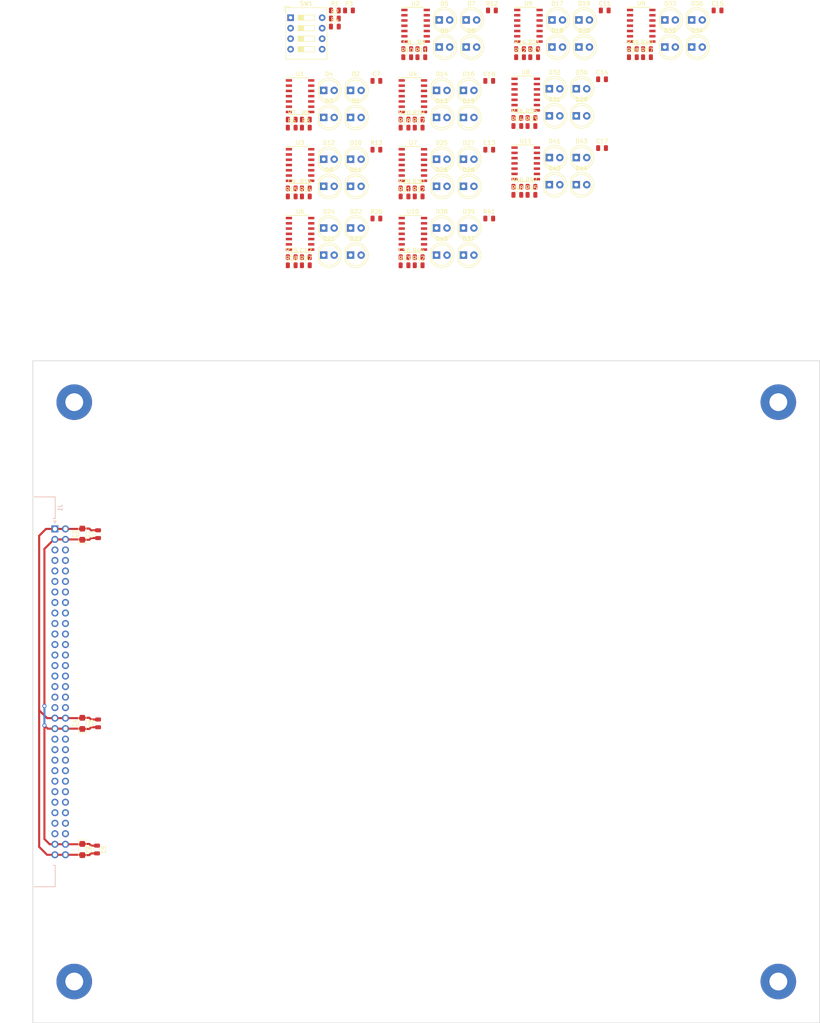
<source format=kicad_pcb>
(kicad_pcb (version 20171130) (host pcbnew 5.0.2-bee76a0~70~ubuntu16.04.1)
  (layers (0 F.Cu signal) (31 B.Cu signal) (34 B.Paste user hide) (35 F.Paste user hide) (36 B.SilkS user) (37 F.SilkS user) (38 B.Mask user) (39 F.Mask user) (44 Edge.Cuts user))
  (net 0 "")
  (net 1 GND)
  (net 2 VCC)
  (net 3 ~RESET)
  (net 4 CLK)
  (net 5 "Net-(J1-Pada4)")
  (net 6 "Net-(J1-Padb4)")
  (net 7 /ROM_A0)
  (net 8 /RAM_A0)
  (net 9 /ROM_A1)
  (net 10 /RAM_A1)
  (net 11 /ROM_A2)
  (net 12 /RAM_A2)
  (net 13 /ROM_A3)
  (net 14 /RAM_A3)
  (net 15 /ROM_A4)
  (net 16 /ROM_A5)
  (net 17 /ROM_A6)
  (net 18 /ROM_A7)
  (net 19 "Net-(J1-Pada13)")
  (net 20 "Net-(J1-Padb13)")
  (net 21 /OUT0)
  (net 22 /IN0)
  (net 23 /OUT1)
  (net 24 /IN1)
  (net 25 /OUT2)
  (net 26 /IN2)
  (net 27 /OUT3)
  (net 28 /IN3)
  (net 29 "Net-(J1-Pada18)")
  (net 30 "Net-(J1-Padb18)")
  (net 31 "Net-(J1-Pada21)")
  (net 32 "Net-(J1-Padb21)")
  (net 33 /RAM_D0)
  (net 34 /RAM_D1)
  (net 35 /RAM_D2)
  (net 36 /RAM_D3)
  (net 37 /RAM_A4)
  (net 38 /RAM_RW)
  (net 39 /RAM_A5)
  (net 40 /RAM_WE)
  (net 41 /RAM_A6)
  (net 42 "Net-(J1-Padb28)")
  (net 43 /RAM_A7)
  (net 44 "Net-(J1-Pada30)")
  (net 45 "Net-(J1-Padb30)")
  (net 46 "Net-(D1-Pad2)")
  (net 47 "Net-(D2-Pad2)")
  (net 48 "Net-(D3-Pad2)")
  (net 49 "Net-(D4-Pad2)")
  (net 50 "Net-(D5-Pad2)")
  (net 51 "Net-(D6-Pad2)")
  (net 52 "Net-(D7-Pad2)")
  (net 53 "Net-(D8-Pad2)")
  (net 54 "Net-(D9-Pad2)")
  (net 55 "Net-(D10-Pad2)")
  (net 56 "Net-(D11-Pad2)")
  (net 57 "Net-(D12-Pad2)")
  (net 58 "Net-(D13-Pad2)")
  (net 59 "Net-(D14-Pad2)")
  (net 60 "Net-(D15-Pad2)")
  (net 61 "Net-(D16-Pad2)")
  (net 62 "Net-(D17-Pad2)")
  (net 63 "Net-(D18-Pad2)")
  (net 64 "Net-(D19-Pad2)")
  (net 65 "Net-(D20-Pad2)")
  (net 66 "Net-(D21-Pad2)")
  (net 67 "Net-(D22-Pad2)")
  (net 68 "Net-(D23-Pad2)")
  (net 69 "Net-(D24-Pad2)")
  (net 70 "Net-(D25-Pad2)")
  (net 71 "Net-(D26-Pad2)")
  (net 72 "Net-(D27-Pad2)")
  (net 73 "Net-(D28-Pad2)")
  (net 74 "Net-(D29-Pad2)")
  (net 75 "Net-(D30-Pad2)")
  (net 76 "Net-(D31-Pad2)")
  (net 77 "Net-(D32-Pad2)")
  (net 78 "Net-(D33-Pad2)")
  (net 79 "Net-(D34-Pad2)")
  (net 80 "Net-(D35-Pad2)")
  (net 81 "Net-(D36-Pad2)")
  (net 82 "Net-(D37-Pad2)")
  (net 83 "Net-(D38-Pad2)")
  (net 84 "Net-(D39-Pad2)")
  (net 85 "Net-(D40-Pad2)")
  (net 86 "Net-(D41-Pad2)")
  (net 87 "Net-(D42-Pad2)")
  (net 88 "Net-(D43-Pad2)")
  (net 89 "Net-(D44-Pad2)")
  (net 90 /ROM_D0)
  (net 91 /ROM_D1)
  (net 92 /ROM_D2)
  (net 93 /ROM_D3)
  (net 94 /ROM_D4)
  (net 95 /ROM_D5)
  (net 96 /ROM_D6)
  (net 97 /ROM_D7)
  (net 98 /DEBUG_ON)
  (net 99 "Net-(R5-Pad2)")
  (net 100 "Net-(R6-Pad2)")
  (net 101 "Net-(R7-Pad2)")
  (net 102 "Net-(R8-Pad2)")
  (net 103 "Net-(R9-Pad2)")
  (net 104 "Net-(R10-Pad2)")
  (net 105 "Net-(R11-Pad2)")
  (net 106 "Net-(R12-Pad2)")
  (net 107 "Net-(R13-Pad2)")
  (net 108 "Net-(R14-Pad2)")
  (net 109 "Net-(R15-Pad2)")
  (net 110 "Net-(R16-Pad2)")
  (net 111 "Net-(R17-Pad2)")
  (net 112 "Net-(R18-Pad2)")
  (net 113 "Net-(R19-Pad2)")
  (net 114 "Net-(R20-Pad2)")
  (net 115 "Net-(R21-Pad2)")
  (net 116 "Net-(R22-Pad2)")
  (net 117 "Net-(R23-Pad2)")
  (net 118 "Net-(R24-Pad2)")
  (net 119 "Net-(R25-Pad2)")
  (net 120 "Net-(R26-Pad2)")
  (net 121 "Net-(R27-Pad2)")
  (net 122 "Net-(R28-Pad2)")
  (net 123 "Net-(R29-Pad2)")
  (net 124 "Net-(R30-Pad2)")
  (net 125 "Net-(R31-Pad2)")
  (net 126 "Net-(R32-Pad2)")
  (net 127 "Net-(R33-Pad2)")
  (net 128 "Net-(R34-Pad2)")
  (net 129 "Net-(R35-Pad2)")
  (net 130 "Net-(R36-Pad2)")
  (net 131 "Net-(R37-Pad2)")
  (net 132 "Net-(R38-Pad2)")
  (net 133 "Net-(R39-Pad2)")
  (net 134 "Net-(R40-Pad2)")
  (net 135 "Net-(R41-Pad2)")
  (net 136 "Net-(R42-Pad2)")
  (net 137 "Net-(R43-Pad2)")
  (net 138 "Net-(R44-Pad2)")
  (net 139 "Net-(R45-Pad2)")
  (net 140 "Net-(R46-Pad2)")
  (net 141 "Net-(R47-Pad2)")
  (net 142 "Net-(R48-Pad2)")
  (module MountingHole:MountingHole_4.3mm_M4_Pad (layer F.Cu) (at 220.386 24.234)
    (fp_text reference REF** hide)
    (fp_text value MountingHole_4.3mm_M4_Pad)
    (pad "" thru_hole circle (at 0 0) (size 8.6 8.6) (drill 4.3) (layers *.Cu *.Mask))
  )
  (module MountingHole:MountingHole_4.3mm_M4_Pad (layer F.Cu) (at 220.386 164.234)
    (fp_text reference REF** hide)
    (fp_text value MountingHole_4.3mm_M4_Pad)
    (pad "" thru_hole circle (at 0 0) (size 8.6 8.6) (drill 4.3) (layers *.Cu *.Mask))
  )
  (module MountingHole:MountingHole_4.3mm_M4_Pad (layer F.Cu) (at 50.386 164.234)
    (fp_text reference REF** hide)
    (fp_text value MountingHole_4.3mm_M4_Pad)
    (pad "" thru_hole circle (at 0 0) (size 8.6 8.6) (drill 4.3) (layers *.Cu *.Mask))
  )
  (module Capacitor_SMD:C_0805_2012Metric (layer F.Cu) (at 56.134 56.134 90)
    (fp_text reference C1 (at 0 -1.65 90) (layer F.SilkS))
    (fp_text value 100n)
    (pad 2 smd roundrect (at 0.9375 0 90) (size 0.975 1.4) (layers F.Cu F.Paste F.Mask) (net 1 GND))
    (pad 1 smd roundrect (at -0.9375 0 90) (size 0.975 1.4) (layers F.Cu F.Paste F.Mask) (net 2 VCC))
  )
  (module Capacitor_SMD:C_0805_2012Metric (layer F.Cu) (at 56.134 101.854 90)
    (fp_text reference C3 (at 0 -1.65 90) (layer F.SilkS))
    (fp_text value 100n)
    (pad 2 smd roundrect (at 0.9375 0 90) (size 0.975 1.4) (layers F.Cu F.Paste F.Mask) (net 1 GND))
    (pad 1 smd roundrect (at -0.9375 0 90) (size 0.975 1.4) (layers F.Cu F.Paste F.Mask) (net 2 VCC))
  )
  (module Capacitor_SMD:C_0805_2012Metric (layer F.Cu) (at 55.88 132.334 270)
    (fp_text reference C5 (at 0 -1.65 270) (layer F.SilkS))
    (fp_text value 100n)
    (pad 1 smd roundrect (at -0.9375 0 270) (size 0.975 1.4) (layers F.Cu F.Paste F.Mask) (net 2 VCC))
    (pad 2 smd roundrect (at 0.9375 0 270) (size 0.975 1.4) (layers F.Cu F.Paste F.Mask) (net 1 GND))
  )
  (module Capacitor_Tantalum_SMD:CP_EIA-3216-18_Kemet-A (layer F.Cu) (at 52.324 56.134 90)
    (fp_text reference C2 (at 0 -1.75 90) (layer F.SilkS))
    (fp_text value 10u)
    (pad 1 smd roundrect (at -1.35 0 90) (size 1.4 1.35) (layers F.Cu F.Paste F.Mask) (roundrect_rratio 0.185185) (net 2 VCC))
    (pad 2 smd roundrect (at 1.35 0 90) (size 1.4 1.35) (layers F.Cu F.Paste F.Mask) (roundrect_rratio 0.185185) (net 1 GND))
  )
  (module Capacitor_Tantalum_SMD:CP_EIA-3216-18_Kemet-A (layer F.Cu) (at 52.324 101.854 90)
    (fp_text reference C4 (at 0 -1.75 90) (layer F.SilkS))
    (fp_text value 10u)
    (pad 2 smd roundrect (at 1.35 0 90) (size 1.4 1.35) (layers F.Cu F.Paste F.Mask) (roundrect_rratio 0.185185) (net 1 GND))
    (pad 1 smd roundrect (at -1.35 0 90) (size 1.4 1.35) (layers F.Cu F.Paste F.Mask) (roundrect_rratio 0.185185) (net 2 VCC))
  )
  (module Capacitor_Tantalum_SMD:CP_EIA-3216-18_Kemet-A (layer F.Cu) (at 52.324 132.334 270)
    (fp_text reference C6 (at 0 -1.75 270) (layer F.SilkS))
    (fp_text value 10u)
    (pad 1 smd roundrect (at -1.35 0 270) (size 1.4 1.35) (layers F.Cu F.Paste F.Mask) (roundrect_rratio 0.185185) (net 2 VCC))
    (pad 2 smd roundrect (at 1.35 0 270) (size 1.4 1.35) (layers F.Cu F.Paste F.Mask) (roundrect_rratio 0.185185) (net 1 GND))
  )
  (module Connector_DIN:DIN41612_B_2x32_Horizontal (layer B.Cu) (at 45.72 54.864 270)
    (fp_text reference J1 (at -5.08 -1.27 270) (layer B.SilkS) (effects (justify mirror)))
    (fp_text value Conn_02x32_Row_Letter_First)
    (pad a1 thru_hole rect (at 0 0 270) (size 1.7 1.7) (drill 1) (layers *.Cu *.Mask) (net 1 GND))
    (pad b1 thru_hole circle (at 0 -2.54 270) (size 1.7 1.7) (drill 1) (layers *.Cu *.Mask) (net 1 GND))
    (pad a2 thru_hole circle (at 2.54 0 270) (size 1.7 1.7) (drill 1) (layers *.Cu *.Mask) (net 2 VCC))
    (pad b2 thru_hole circle (at 2.54 -2.54 270) (size 1.7 1.7) (drill 1) (layers *.Cu *.Mask) (net 2 VCC))
    (pad a3 thru_hole circle (at 5.08 0 270) (size 1.7 1.7) (drill 1) (layers *.Cu *.Mask) (net 3 ~RESET))
    (pad b3 thru_hole circle (at 5.08 -2.54 270) (size 1.7 1.7) (drill 1) (layers *.Cu *.Mask) (net 4 CLK))
    (pad a4 thru_hole circle (at 7.62 0 270) (size 1.7 1.7) (drill 1) (layers *.Cu *.Mask) (net 5 "Net-(J1-Pada4)"))
    (pad b4 thru_hole circle (at 7.62 -2.54 270) (size 1.7 1.7) (drill 1) (layers *.Cu *.Mask) (net 6 "Net-(J1-Padb4)"))
    (pad a5 thru_hole circle (at 10.16 0 270) (size 1.7 1.7) (drill 1) (layers *.Cu *.Mask) (net 7 /ROM_A0))
    (pad b5 thru_hole circle (at 10.16 -2.54 270) (size 1.7 1.7) (drill 1) (layers *.Cu *.Mask) (net 90 /ROM_D0))
    (pad a6 thru_hole circle (at 12.7 0 270) (size 1.7 1.7) (drill 1) (layers *.Cu *.Mask) (net 9 /ROM_A1))
    (pad b6 thru_hole circle (at 12.7 -2.54 270) (size 1.7 1.7) (drill 1) (layers *.Cu *.Mask) (net 91 /ROM_D1))
    (pad a7 thru_hole circle (at 15.24 0 270) (size 1.7 1.7) (drill 1) (layers *.Cu *.Mask) (net 11 /ROM_A2))
    (pad b7 thru_hole circle (at 15.24 -2.54 270) (size 1.7 1.7) (drill 1) (layers *.Cu *.Mask) (net 92 /ROM_D2))
    (pad a8 thru_hole circle (at 17.78 0 270) (size 1.7 1.7) (drill 1) (layers *.Cu *.Mask) (net 13 /ROM_A3))
    (pad b8 thru_hole circle (at 17.78 -2.54 270) (size 1.7 1.7) (drill 1) (layers *.Cu *.Mask) (net 93 /ROM_D3))
    (pad a9 thru_hole circle (at 20.32 0 270) (size 1.7 1.7) (drill 1) (layers *.Cu *.Mask) (net 15 /ROM_A4))
    (pad b9 thru_hole circle (at 20.32 -2.54 270) (size 1.7 1.7) (drill 1) (layers *.Cu *.Mask) (net 94 /ROM_D4))
    (pad a10 thru_hole circle (at 22.86 0 270) (size 1.7 1.7) (drill 1) (layers *.Cu *.Mask) (net 16 /ROM_A5))
    (pad b10 thru_hole circle (at 22.86 -2.54 270) (size 1.7 1.7) (drill 1) (layers *.Cu *.Mask) (net 95 /ROM_D5))
    (pad a11 thru_hole circle (at 25.4 0 270) (size 1.7 1.7) (drill 1) (layers *.Cu *.Mask) (net 17 /ROM_A6))
    (pad b11 thru_hole circle (at 25.4 -2.54 270) (size 1.7 1.7) (drill 1) (layers *.Cu *.Mask) (net 96 /ROM_D6))
    (pad a12 thru_hole circle (at 27.94 0 270) (size 1.7 1.7) (drill 1) (layers *.Cu *.Mask) (net 18 /ROM_A7))
    (pad b12 thru_hole circle (at 27.94 -2.54 270) (size 1.7 1.7) (drill 1) (layers *.Cu *.Mask) (net 97 /ROM_D7))
    (pad a13 thru_hole circle (at 30.48 0 270) (size 1.7 1.7) (drill 1) (layers *.Cu *.Mask) (net 19 "Net-(J1-Pada13)"))
    (pad b13 thru_hole circle (at 30.48 -2.54 270) (size 1.7 1.7) (drill 1) (layers *.Cu *.Mask) (net 20 "Net-(J1-Padb13)"))
    (pad a14 thru_hole circle (at 33.02 0 270) (size 1.7 1.7) (drill 1) (layers *.Cu *.Mask) (net 21 /OUT0))
    (pad b14 thru_hole circle (at 33.02 -2.54 270) (size 1.7 1.7) (drill 1) (layers *.Cu *.Mask) (net 22 /IN0))
    (pad a15 thru_hole circle (at 35.56 0 270) (size 1.7 1.7) (drill 1) (layers *.Cu *.Mask) (net 23 /OUT1))
    (pad b15 thru_hole circle (at 35.56 -2.54 270) (size 1.7 1.7) (drill 1) (layers *.Cu *.Mask) (net 24 /IN1))
    (pad a16 thru_hole circle (at 38.1 0 270) (size 1.7 1.7) (drill 1) (layers *.Cu *.Mask) (net 25 /OUT2))
    (pad b16 thru_hole circle (at 38.1 -2.54 270) (size 1.7 1.7) (drill 1) (layers *.Cu *.Mask) (net 26 /IN2))
    (pad a17 thru_hole circle (at 40.64 0 270) (size 1.7 1.7) (drill 1) (layers *.Cu *.Mask) (net 27 /OUT3))
    (pad b17 thru_hole circle (at 40.64 -2.54 270) (size 1.7 1.7) (drill 1) (layers *.Cu *.Mask) (net 28 /IN3))
    (pad a18 thru_hole circle (at 43.18 0 270) (size 1.7 1.7) (drill 1) (layers *.Cu *.Mask) (net 29 "Net-(J1-Pada18)"))
    (pad b18 thru_hole circle (at 43.18 -2.54 270) (size 1.7 1.7) (drill 1) (layers *.Cu *.Mask) (net 30 "Net-(J1-Padb18)"))
    (pad a19 thru_hole circle (at 45.72 0 270) (size 1.7 1.7) (drill 1) (layers *.Cu *.Mask) (net 1 GND))
    (pad b19 thru_hole circle (at 45.72 -2.54 270) (size 1.7 1.7) (drill 1) (layers *.Cu *.Mask) (net 1 GND))
    (pad a20 thru_hole circle (at 48.26 0 270) (size 1.7 1.7) (drill 1) (layers *.Cu *.Mask) (net 2 VCC))
    (pad b20 thru_hole circle (at 48.26 -2.54 270) (size 1.7 1.7) (drill 1) (layers *.Cu *.Mask) (net 2 VCC))
    (pad a21 thru_hole circle (at 50.8 0 270) (size 1.7 1.7) (drill 1) (layers *.Cu *.Mask) (net 31 "Net-(J1-Pada21)"))
    (pad b21 thru_hole circle (at 50.8 -2.54 270) (size 1.7 1.7) (drill 1) (layers *.Cu *.Mask) (net 32 "Net-(J1-Padb21)"))
    (pad a22 thru_hole circle (at 53.34 0 270) (size 1.7 1.7) (drill 1) (layers *.Cu *.Mask) (net 8 /RAM_A0))
    (pad b22 thru_hole circle (at 53.34 -2.54 270) (size 1.7 1.7) (drill 1) (layers *.Cu *.Mask) (net 33 /RAM_D0))
    (pad a23 thru_hole circle (at 55.88 0 270) (size 1.7 1.7) (drill 1) (layers *.Cu *.Mask) (net 10 /RAM_A1))
    (pad b23 thru_hole circle (at 55.88 -2.54 270) (size 1.7 1.7) (drill 1) (layers *.Cu *.Mask) (net 34 /RAM_D1))
    (pad a24 thru_hole circle (at 58.42 0 270) (size 1.7 1.7) (drill 1) (layers *.Cu *.Mask) (net 12 /RAM_A2))
    (pad b24 thru_hole circle (at 58.42 -2.54 270) (size 1.7 1.7) (drill 1) (layers *.Cu *.Mask) (net 35 /RAM_D2))
    (pad a25 thru_hole circle (at 60.96 0 270) (size 1.7 1.7) (drill 1) (layers *.Cu *.Mask) (net 14 /RAM_A3))
    (pad b25 thru_hole circle (at 60.96 -2.54 270) (size 1.7 1.7) (drill 1) (layers *.Cu *.Mask) (net 36 /RAM_D3))
    (pad a26 thru_hole circle (at 63.5 0 270) (size 1.7 1.7) (drill 1) (layers *.Cu *.Mask) (net 37 /RAM_A4))
    (pad b26 thru_hole circle (at 63.5 -2.54 270) (size 1.7 1.7) (drill 1) (layers *.Cu *.Mask) (net 38 /RAM_RW))
    (pad a27 thru_hole circle (at 66.04 0 270) (size 1.7 1.7) (drill 1) (layers *.Cu *.Mask) (net 39 /RAM_A5))
    (pad b27 thru_hole circle (at 66.04 -2.54 270) (size 1.7 1.7) (drill 1) (layers *.Cu *.Mask) (net 40 /RAM_WE))
    (pad a28 thru_hole circle (at 68.58 0 270) (size 1.7 1.7) (drill 1) (layers *.Cu *.Mask) (net 41 /RAM_A6))
    (pad b28 thru_hole circle (at 68.58 -2.54 270) (size 1.7 1.7) (drill 1) (layers *.Cu *.Mask) (net 42 "Net-(J1-Padb28)"))
    (pad a29 thru_hole circle (at 71.12 0 270) (size 1.7 1.7) (drill 1) (layers *.Cu *.Mask) (net 43 /RAM_A7))
    (pad b29 thru_hole circle (at 71.12 -2.54 270) (size 1.7 1.7) (drill 1) (layers *.Cu *.Mask) (net 98 /DEBUG_ON))
    (pad a30 thru_hole circle (at 73.66 0 270) (size 1.7 1.7) (drill 1) (layers *.Cu *.Mask) (net 44 "Net-(J1-Pada30)"))
    (pad b30 thru_hole circle (at 73.66 -2.54 270) (size 1.7 1.7) (drill 1) (layers *.Cu *.Mask) (net 45 "Net-(J1-Padb30)"))
    (pad a31 thru_hole circle (at 76.2 0 270) (size 1.7 1.7) (drill 1) (layers *.Cu *.Mask) (net 2 VCC))
    (pad b31 thru_hole circle (at 76.2 -2.54 270) (size 1.7 1.7) (drill 1) (layers *.Cu *.Mask) (net 2 VCC))
    (pad a32 thru_hole circle (at 78.74 0 270) (size 1.7 1.7) (drill 1) (layers *.Cu *.Mask) (net 1 GND))
    (pad b32 thru_hole circle (at 78.74 -2.54 270) (size 1.7 1.7) (drill 1) (layers *.Cu *.Mask) (net 1 GND))
    (pad "" np_thru_hole circle (at -5.08 2.54 270) (size 2.8 2.8) (drill 2.8) (layers *.Cu *.Mask))
    (pad "" np_thru_hole circle (at 83.82 2.54 270) (size 2.8 2.8) (drill 2.8) (layers *.Cu *.Mask))
  )
  (module MountingHole:MountingHole_4.3mm_M4_Pad (layer F.Cu) (at 50.386 24.234)
    (fp_text reference REF** hide)
    (fp_text value MountingHole_4.3mm_M4_Pad)
    (pad "" thru_hole circle (at 0 0) (size 8.6 8.6) (drill 4.3) (layers *.Cu *.Mask))
  )
  (module Capacitor_SMD:C_0805_2012Metric (layer F.Cu) (at 123.341001 -53.401999)
    (fp_text reference C7 (at 0 -1.65) (layer F.SilkS))
    (fp_text value 100n)
    (pad 1 smd roundrect (at -0.9375 0) (size 0.975 1.4) (layers F.Cu F.Paste F.Mask) (net 2 VCC))
    (pad 2 smd roundrect (at 0.9375 0) (size 0.975 1.4) (layers F.Cu F.Paste F.Mask) (net 1 GND))
  )
  (module Capacitor_SMD:C_0805_2012Metric (layer F.Cu) (at 130.781001 -61.071999)
    (fp_text reference C8 (at 0 -1.65) (layer F.SilkS))
    (fp_text value 100n)
    (pad 2 smd roundrect (at 0.9375 0) (size 0.975 1.4) (layers F.Cu F.Paste F.Mask) (net 1 GND))
    (pad 1 smd roundrect (at -0.9375 0) (size 0.975 1.4) (layers F.Cu F.Paste F.Mask) (net 2 VCC))
  )
  (module Capacitor_SMD:C_0805_2012Metric (layer F.Cu) (at 102.891001 -27.421999)
    (fp_text reference C9 (at 0 -1.65) (layer F.SilkS))
    (fp_text value 100n)
    (pad 1 smd roundrect (at -0.9375 0) (size 0.975 1.4) (layers F.Cu F.Paste F.Mask) (net 2 VCC))
    (pad 2 smd roundrect (at 0.9375 0) (size 0.975 1.4) (layers F.Cu F.Paste F.Mask) (net 1 GND))
  )
  (module Capacitor_SMD:C_0805_2012Metric (layer F.Cu) (at 150.581001 -53.401999)
    (fp_text reference C10 (at 0 -1.65) (layer F.SilkS))
    (fp_text value 100n)
    (pad 2 smd roundrect (at 0.9375 0) (size 0.975 1.4) (layers F.Cu F.Paste F.Mask) (net 1 GND))
    (pad 1 smd roundrect (at -0.9375 0) (size 0.975 1.4) (layers F.Cu F.Paste F.Mask) (net 2 VCC))
  )
  (module Capacitor_SMD:C_0805_2012Metric (layer F.Cu) (at 178.471001 -70.421999)
    (fp_text reference C11 (at 0 -1.65) (layer F.SilkS))
    (fp_text value 100n)
    (pad 2 smd roundrect (at 0.9375 0) (size 0.975 1.4) (layers F.Cu F.Paste F.Mask) (net 1 GND))
    (pad 1 smd roundrect (at -0.9375 0) (size 0.975 1.4) (layers F.Cu F.Paste F.Mask) (net 2 VCC))
  )
  (module Capacitor_SMD:C_0805_2012Metric (layer F.Cu) (at 106.301001 -10.791999)
    (fp_text reference C12 (at 0 -1.65) (layer F.SilkS))
    (fp_text value 100n)
    (pad 1 smd roundrect (at -0.9375 0) (size 0.975 1.4) (layers F.Cu F.Paste F.Mask) (net 2 VCC))
    (pad 2 smd roundrect (at 0.9375 0) (size 0.975 1.4) (layers F.Cu F.Paste F.Mask) (net 1 GND))
  )
  (module Capacitor_SMD:C_0805_2012Metric (layer F.Cu) (at 150.581001 -36.771999)
    (fp_text reference C13 (at 0 -1.65) (layer F.SilkS))
    (fp_text value 100n)
    (pad 2 smd roundrect (at 0.9375 0) (size 0.975 1.4) (layers F.Cu F.Paste F.Mask) (net 1 GND))
    (pad 1 smd roundrect (at -0.9375 0) (size 0.975 1.4) (layers F.Cu F.Paste F.Mask) (net 2 VCC))
  )
  (module Capacitor_SMD:C_0805_2012Metric (layer F.Cu) (at 177.821001 -53.791999)
    (fp_text reference C14 (at 0 -1.65) (layer F.SilkS))
    (fp_text value 100n)
    (pad 1 smd roundrect (at -0.9375 0) (size 0.975 1.4) (layers F.Cu F.Paste F.Mask) (net 2 VCC))
    (pad 2 smd roundrect (at 0.9375 0) (size 0.975 1.4) (layers F.Cu F.Paste F.Mask) (net 1 GND))
  )
  (module Capacitor_SMD:C_0805_2012Metric (layer F.Cu) (at 205.711001 -70.421999)
    (fp_text reference C15 (at 0 -1.65) (layer F.SilkS))
    (fp_text value 100n)
    (pad 2 smd roundrect (at 0.9375 0) (size 0.975 1.4) (layers F.Cu F.Paste F.Mask) (net 1 GND))
    (pad 1 smd roundrect (at -0.9375 0) (size 0.975 1.4) (layers F.Cu F.Paste F.Mask) (net 2 VCC))
  )
  (module Capacitor_SMD:C_0805_2012Metric (layer F.Cu) (at 130.131001 -10.791999)
    (fp_text reference C16 (at 0 -1.65) (layer F.SilkS))
    (fp_text value 100n)
    (pad 1 smd roundrect (at -0.9375 0) (size 0.975 1.4) (layers F.Cu F.Paste F.Mask) (net 2 VCC))
    (pad 2 smd roundrect (at 0.9375 0) (size 0.975 1.4) (layers F.Cu F.Paste F.Mask) (net 1 GND))
  )
  (module Capacitor_SMD:C_0805_2012Metric (layer F.Cu) (at 177.821001 -37.161999)
    (fp_text reference C17 (at 0 -1.65) (layer F.SilkS))
    (fp_text value 100n)
    (pad 1 smd roundrect (at -0.9375 0) (size 0.975 1.4) (layers F.Cu F.Paste F.Mask) (net 2 VCC))
    (pad 2 smd roundrect (at 0.9375 0) (size 0.975 1.4) (layers F.Cu F.Paste F.Mask) (net 1 GND))
  )
  (module LED_THT:LED_D5.0mm (layer F.Cu) (at 117.111001 -44.551999)
    (fp_text reference D1 (at 1.27 -3.96) (layer F.SilkS))
    (fp_text value LED)
    (pad 1 thru_hole rect (at 0 0) (size 1.8 1.8) (drill 0.9) (layers *.Cu *.Mask) (net 1 GND))
    (pad 2 thru_hole circle (at 2.54 0) (size 1.8 1.8) (drill 0.9) (layers *.Cu *.Mask) (net 46 "Net-(D1-Pad2)"))
  )
  (module LED_THT:LED_D5.0mm (layer F.Cu) (at 117.111001 -51.101999)
    (fp_text reference D2 (at 1.27 -3.96) (layer F.SilkS))
    (fp_text value LED)
    (pad 2 thru_hole circle (at 2.54 0) (size 1.8 1.8) (drill 0.9) (layers *.Cu *.Mask) (net 47 "Net-(D2-Pad2)"))
    (pad 1 thru_hole rect (at 0 0) (size 1.8 1.8) (drill 0.9) (layers *.Cu *.Mask) (net 1 GND))
  )
  (module LED_THT:LED_D5.0mm (layer F.Cu) (at 110.611001 -44.551999)
    (fp_text reference D3 (at 1.27 -3.96) (layer F.SilkS))
    (fp_text value LED)
    (pad 1 thru_hole rect (at 0 0) (size 1.8 1.8) (drill 0.9) (layers *.Cu *.Mask) (net 1 GND))
    (pad 2 thru_hole circle (at 2.54 0) (size 1.8 1.8) (drill 0.9) (layers *.Cu *.Mask) (net 48 "Net-(D3-Pad2)"))
  )
  (module LED_THT:LED_D5.0mm (layer F.Cu) (at 110.611001 -51.101999)
    (fp_text reference D4 (at 1.27 -3.96) (layer F.SilkS))
    (fp_text value LED)
    (pad 2 thru_hole circle (at 2.54 0) (size 1.8 1.8) (drill 0.9) (layers *.Cu *.Mask) (net 49 "Net-(D4-Pad2)"))
    (pad 1 thru_hole rect (at 0 0) (size 1.8 1.8) (drill 0.9) (layers *.Cu *.Mask) (net 1 GND))
  )
  (module LED_THT:LED_D5.0mm (layer F.Cu) (at 138.501001 -68.121999)
    (fp_text reference D5 (at 1.27 -3.96) (layer F.SilkS))
    (fp_text value LED)
    (pad 2 thru_hole circle (at 2.54 0) (size 1.8 1.8) (drill 0.9) (layers *.Cu *.Mask) (net 50 "Net-(D5-Pad2)"))
    (pad 1 thru_hole rect (at 0 0) (size 1.8 1.8) (drill 0.9) (layers *.Cu *.Mask) (net 1 GND))
  )
  (module LED_THT:LED_D5.0mm (layer F.Cu) (at 138.501001 -61.571999)
    (fp_text reference D6 (at 1.27 -3.96) (layer F.SilkS))
    (fp_text value LED)
    (pad 1 thru_hole rect (at 0 0) (size 1.8 1.8) (drill 0.9) (layers *.Cu *.Mask) (net 1 GND))
    (pad 2 thru_hole circle (at 2.54 0) (size 1.8 1.8) (drill 0.9) (layers *.Cu *.Mask) (net 51 "Net-(D6-Pad2)"))
  )
  (module LED_THT:LED_D5.0mm (layer F.Cu) (at 145.001001 -68.121999)
    (fp_text reference D7 (at 1.27 -3.96) (layer F.SilkS))
    (fp_text value LED)
    (pad 2 thru_hole circle (at 2.54 0) (size 1.8 1.8) (drill 0.9) (layers *.Cu *.Mask) (net 52 "Net-(D7-Pad2)"))
    (pad 1 thru_hole rect (at 0 0) (size 1.8 1.8) (drill 0.9) (layers *.Cu *.Mask) (net 1 GND))
  )
  (module LED_THT:LED_D5.0mm (layer F.Cu) (at 145.001001 -61.571999)
    (fp_text reference D8 (at 1.27 -3.96) (layer F.SilkS))
    (fp_text value LED)
    (pad 1 thru_hole rect (at 0 0) (size 1.8 1.8) (drill 0.9) (layers *.Cu *.Mask) (net 1 GND))
    (pad 2 thru_hole circle (at 2.54 0) (size 1.8 1.8) (drill 0.9) (layers *.Cu *.Mask) (net 53 "Net-(D8-Pad2)"))
  )
  (module LED_THT:LED_D5.0mm (layer F.Cu) (at 110.611001 -27.921999)
    (fp_text reference D9 (at 1.27 -3.96) (layer F.SilkS))
    (fp_text value LED)
    (pad 2 thru_hole circle (at 2.54 0) (size 1.8 1.8) (drill 0.9) (layers *.Cu *.Mask) (net 54 "Net-(D9-Pad2)"))
    (pad 1 thru_hole rect (at 0 0) (size 1.8 1.8) (drill 0.9) (layers *.Cu *.Mask) (net 1 GND))
  )
  (module LED_THT:LED_D5.0mm (layer F.Cu) (at 117.111001 -34.471999)
    (fp_text reference D10 (at 1.27 -3.96) (layer F.SilkS))
    (fp_text value LED)
    (pad 1 thru_hole rect (at 0 0) (size 1.8 1.8) (drill 0.9) (layers *.Cu *.Mask) (net 1 GND))
    (pad 2 thru_hole circle (at 2.54 0) (size 1.8 1.8) (drill 0.9) (layers *.Cu *.Mask) (net 55 "Net-(D10-Pad2)"))
  )
  (module LED_THT:LED_D5.0mm (layer F.Cu) (at 117.111001 -27.921999)
    (fp_text reference D11 (at 1.27 -3.96) (layer F.SilkS))
    (fp_text value LED)
    (pad 2 thru_hole circle (at 2.54 0) (size 1.8 1.8) (drill 0.9) (layers *.Cu *.Mask) (net 56 "Net-(D11-Pad2)"))
    (pad 1 thru_hole rect (at 0 0) (size 1.8 1.8) (drill 0.9) (layers *.Cu *.Mask) (net 1 GND))
  )
  (module LED_THT:LED_D5.0mm (layer F.Cu) (at 110.611001 -34.471999)
    (fp_text reference D12 (at 1.27 -3.96) (layer F.SilkS))
    (fp_text value LED)
    (pad 1 thru_hole rect (at 0 0) (size 1.8 1.8) (drill 0.9) (layers *.Cu *.Mask) (net 1 GND))
    (pad 2 thru_hole circle (at 2.54 0) (size 1.8 1.8) (drill 0.9) (layers *.Cu *.Mask) (net 57 "Net-(D12-Pad2)"))
  )
  (module LED_THT:LED_D5.0mm (layer F.Cu) (at 137.851001 -44.551999)
    (fp_text reference D13 (at 1.27 -3.96) (layer F.SilkS))
    (fp_text value LED)
    (pad 2 thru_hole circle (at 2.54 0) (size 1.8 1.8) (drill 0.9) (layers *.Cu *.Mask) (net 58 "Net-(D13-Pad2)"))
    (pad 1 thru_hole rect (at 0 0) (size 1.8 1.8) (drill 0.9) (layers *.Cu *.Mask) (net 1 GND))
  )
  (module LED_THT:LED_D5.0mm (layer F.Cu) (at 137.851001 -51.101999)
    (fp_text reference D14 (at 1.27 -3.96) (layer F.SilkS))
    (fp_text value LED)
    (pad 1 thru_hole rect (at 0 0) (size 1.8 1.8) (drill 0.9) (layers *.Cu *.Mask) (net 1 GND))
    (pad 2 thru_hole circle (at 2.54 0) (size 1.8 1.8) (drill 0.9) (layers *.Cu *.Mask) (net 59 "Net-(D14-Pad2)"))
  )
  (module LED_THT:LED_D5.0mm (layer F.Cu) (at 144.351001 -44.551999)
    (fp_text reference D15 (at 1.27 -3.96) (layer F.SilkS))
    (fp_text value LED)
    (pad 2 thru_hole circle (at 2.54 0) (size 1.8 1.8) (drill 0.9) (layers *.Cu *.Mask) (net 60 "Net-(D15-Pad2)"))
    (pad 1 thru_hole rect (at 0 0) (size 1.8 1.8) (drill 0.9) (layers *.Cu *.Mask) (net 1 GND))
  )
  (module LED_THT:LED_D5.0mm (layer F.Cu) (at 144.351001 -51.101999)
    (fp_text reference D16 (at 1.27 -3.96) (layer F.SilkS))
    (fp_text value LED)
    (pad 1 thru_hole rect (at 0 0) (size 1.8 1.8) (drill 0.9) (layers *.Cu *.Mask) (net 1 GND))
    (pad 2 thru_hole circle (at 2.54 0) (size 1.8 1.8) (drill 0.9) (layers *.Cu *.Mask) (net 61 "Net-(D16-Pad2)"))
  )
  (module LED_THT:LED_D5.0mm (layer F.Cu) (at 165.741001 -68.121999)
    (fp_text reference D17 (at 1.27 -3.96) (layer F.SilkS))
    (fp_text value LED)
    (pad 2 thru_hole circle (at 2.54 0) (size 1.8 1.8) (drill 0.9) (layers *.Cu *.Mask) (net 62 "Net-(D17-Pad2)"))
    (pad 1 thru_hole rect (at 0 0) (size 1.8 1.8) (drill 0.9) (layers *.Cu *.Mask) (net 1 GND))
  )
  (module LED_THT:LED_D5.0mm (layer F.Cu) (at 165.741001 -61.571999)
    (fp_text reference D18 (at 1.27 -3.96) (layer F.SilkS))
    (fp_text value LED)
    (pad 1 thru_hole rect (at 0 0) (size 1.8 1.8) (drill 0.9) (layers *.Cu *.Mask) (net 1 GND))
    (pad 2 thru_hole circle (at 2.54 0) (size 1.8 1.8) (drill 0.9) (layers *.Cu *.Mask) (net 63 "Net-(D18-Pad2)"))
  )
  (module LED_THT:LED_D5.0mm (layer F.Cu) (at 172.241001 -68.121999)
    (fp_text reference D19 (at 1.27 -3.96) (layer F.SilkS))
    (fp_text value LED)
    (pad 1 thru_hole rect (at 0 0) (size 1.8 1.8) (drill 0.9) (layers *.Cu *.Mask) (net 1 GND))
    (pad 2 thru_hole circle (at 2.54 0) (size 1.8 1.8) (drill 0.9) (layers *.Cu *.Mask) (net 64 "Net-(D19-Pad2)"))
  )
  (module LED_THT:LED_D5.0mm (layer F.Cu) (at 172.241001 -61.571999)
    (fp_text reference D20 (at 1.27 -3.96) (layer F.SilkS))
    (fp_text value LED)
    (pad 2 thru_hole circle (at 2.54 0) (size 1.8 1.8) (drill 0.9) (layers *.Cu *.Mask) (net 65 "Net-(D20-Pad2)"))
    (pad 1 thru_hole rect (at 0 0) (size 1.8 1.8) (drill 0.9) (layers *.Cu *.Mask) (net 1 GND))
  )
  (module LED_THT:LED_D5.0mm (layer F.Cu) (at 110.611001 -11.291999)
    (fp_text reference D21 (at 1.27 -3.96) (layer F.SilkS))
    (fp_text value LED)
    (pad 1 thru_hole rect (at 0 0) (size 1.8 1.8) (drill 0.9) (layers *.Cu *.Mask) (net 1 GND))
    (pad 2 thru_hole circle (at 2.54 0) (size 1.8 1.8) (drill 0.9) (layers *.Cu *.Mask) (net 66 "Net-(D21-Pad2)"))
  )
  (module LED_THT:LED_D5.0mm (layer F.Cu) (at 117.111001 -17.841999)
    (fp_text reference D22 (at 1.27 -3.96) (layer F.SilkS))
    (fp_text value LED)
    (pad 2 thru_hole circle (at 2.54 0) (size 1.8 1.8) (drill 0.9) (layers *.Cu *.Mask) (net 67 "Net-(D22-Pad2)"))
    (pad 1 thru_hole rect (at 0 0) (size 1.8 1.8) (drill 0.9) (layers *.Cu *.Mask) (net 1 GND))
  )
  (module LED_THT:LED_D5.0mm (layer F.Cu) (at 117.111001 -11.291999)
    (fp_text reference D23 (at 1.27 -3.96) (layer F.SilkS))
    (fp_text value LED)
    (pad 1 thru_hole rect (at 0 0) (size 1.8 1.8) (drill 0.9) (layers *.Cu *.Mask) (net 1 GND))
    (pad 2 thru_hole circle (at 2.54 0) (size 1.8 1.8) (drill 0.9) (layers *.Cu *.Mask) (net 68 "Net-(D23-Pad2)"))
  )
  (module LED_THT:LED_D5.0mm (layer F.Cu) (at 110.611001 -17.841999)
    (fp_text reference D24 (at 1.27 -3.96) (layer F.SilkS))
    (fp_text value LED)
    (pad 2 thru_hole circle (at 2.54 0) (size 1.8 1.8) (drill 0.9) (layers *.Cu *.Mask) (net 69 "Net-(D24-Pad2)"))
    (pad 1 thru_hole rect (at 0 0) (size 1.8 1.8) (drill 0.9) (layers *.Cu *.Mask) (net 1 GND))
  )
  (module LED_THT:LED_D5.0mm (layer F.Cu) (at 137.851001 -34.471999)
    (fp_text reference D25 (at 1.27 -3.96) (layer F.SilkS))
    (fp_text value LED)
    (pad 1 thru_hole rect (at 0 0) (size 1.8 1.8) (drill 0.9) (layers *.Cu *.Mask) (net 1 GND))
    (pad 2 thru_hole circle (at 2.54 0) (size 1.8 1.8) (drill 0.9) (layers *.Cu *.Mask) (net 70 "Net-(D25-Pad2)"))
  )
  (module LED_THT:LED_D5.0mm (layer F.Cu) (at 137.851001 -27.921999)
    (fp_text reference D26 (at 1.27 -3.96) (layer F.SilkS))
    (fp_text value LED)
    (pad 1 thru_hole rect (at 0 0) (size 1.8 1.8) (drill 0.9) (layers *.Cu *.Mask) (net 1 GND))
    (pad 2 thru_hole circle (at 2.54 0) (size 1.8 1.8) (drill 0.9) (layers *.Cu *.Mask) (net 71 "Net-(D26-Pad2)"))
  )
  (module LED_THT:LED_D5.0mm (layer F.Cu) (at 144.351001 -34.471999)
    (fp_text reference D27 (at 1.27 -3.96) (layer F.SilkS))
    (fp_text value LED)
    (pad 1 thru_hole rect (at 0 0) (size 1.8 1.8) (drill 0.9) (layers *.Cu *.Mask) (net 1 GND))
    (pad 2 thru_hole circle (at 2.54 0) (size 1.8 1.8) (drill 0.9) (layers *.Cu *.Mask) (net 72 "Net-(D27-Pad2)"))
  )
  (module LED_THT:LED_D5.0mm (layer F.Cu) (at 144.351001 -27.921999)
    (fp_text reference D28 (at 1.27 -3.96) (layer F.SilkS))
    (fp_text value LED)
    (pad 2 thru_hole circle (at 2.54 0) (size 1.8 1.8) (drill 0.9) (layers *.Cu *.Mask) (net 73 "Net-(D28-Pad2)"))
    (pad 1 thru_hole rect (at 0 0) (size 1.8 1.8) (drill 0.9) (layers *.Cu *.Mask) (net 1 GND))
  )
  (module LED_THT:LED_D5.0mm (layer F.Cu) (at 171.591001 -44.941999)
    (fp_text reference D29 (at 1.27 -3.96) (layer F.SilkS))
    (fp_text value LED)
    (pad 2 thru_hole circle (at 2.54 0) (size 1.8 1.8) (drill 0.9) (layers *.Cu *.Mask) (net 74 "Net-(D29-Pad2)"))
    (pad 1 thru_hole rect (at 0 0) (size 1.8 1.8) (drill 0.9) (layers *.Cu *.Mask) (net 1 GND))
  )
  (module LED_THT:LED_D5.0mm (layer F.Cu) (at 171.591001 -51.491999)
    (fp_text reference D30 (at 1.27 -3.96) (layer F.SilkS))
    (fp_text value LED)
    (pad 2 thru_hole circle (at 2.54 0) (size 1.8 1.8) (drill 0.9) (layers *.Cu *.Mask) (net 75 "Net-(D30-Pad2)"))
    (pad 1 thru_hole rect (at 0 0) (size 1.8 1.8) (drill 0.9) (layers *.Cu *.Mask) (net 1 GND))
  )
  (module LED_THT:LED_D5.0mm (layer F.Cu) (at 165.091001 -44.941999)
    (fp_text reference D31 (at 1.27 -3.96) (layer F.SilkS))
    (fp_text value LED)
    (pad 1 thru_hole rect (at 0 0) (size 1.8 1.8) (drill 0.9) (layers *.Cu *.Mask) (net 1 GND))
    (pad 2 thru_hole circle (at 2.54 0) (size 1.8 1.8) (drill 0.9) (layers *.Cu *.Mask) (net 76 "Net-(D31-Pad2)"))
  )
  (module LED_THT:LED_D5.0mm (layer F.Cu) (at 165.091001 -51.491999)
    (fp_text reference D32 (at 1.27 -3.96) (layer F.SilkS))
    (fp_text value LED)
    (pad 2 thru_hole circle (at 2.54 0) (size 1.8 1.8) (drill 0.9) (layers *.Cu *.Mask) (net 77 "Net-(D32-Pad2)"))
    (pad 1 thru_hole rect (at 0 0) (size 1.8 1.8) (drill 0.9) (layers *.Cu *.Mask) (net 1 GND))
  )
  (module LED_THT:LED_D5.0mm (layer F.Cu) (at 192.981001 -68.121999)
    (fp_text reference D33 (at 1.27 -3.96) (layer F.SilkS))
    (fp_text value LED)
    (pad 1 thru_hole rect (at 0 0) (size 1.8 1.8) (drill 0.9) (layers *.Cu *.Mask) (net 1 GND))
    (pad 2 thru_hole circle (at 2.54 0) (size 1.8 1.8) (drill 0.9) (layers *.Cu *.Mask) (net 78 "Net-(D33-Pad2)"))
  )
  (module LED_THT:LED_D5.0mm (layer F.Cu) (at 199.481001 -61.571999)
    (fp_text reference D34 (at 1.27 -3.96) (layer F.SilkS))
    (fp_text value LED)
    (pad 1 thru_hole rect (at 0 0) (size 1.8 1.8) (drill 0.9) (layers *.Cu *.Mask) (net 1 GND))
    (pad 2 thru_hole circle (at 2.54 0) (size 1.8 1.8) (drill 0.9) (layers *.Cu *.Mask) (net 79 "Net-(D34-Pad2)"))
  )
  (module LED_THT:LED_D5.0mm (layer F.Cu) (at 192.981001 -61.571999)
    (fp_text reference D35 (at 1.27 -3.96) (layer F.SilkS))
    (fp_text value LED)
    (pad 1 thru_hole rect (at 0 0) (size 1.8 1.8) (drill 0.9) (layers *.Cu *.Mask) (net 1 GND))
    (pad 2 thru_hole circle (at 2.54 0) (size 1.8 1.8) (drill 0.9) (layers *.Cu *.Mask) (net 80 "Net-(D35-Pad2)"))
  )
  (module LED_THT:LED_D5.0mm (layer F.Cu) (at 199.481001 -68.121999)
    (fp_text reference D36 (at 1.27 -3.96) (layer F.SilkS))
    (fp_text value LED)
    (pad 1 thru_hole rect (at 0 0) (size 1.8 1.8) (drill 0.9) (layers *.Cu *.Mask) (net 1 GND))
    (pad 2 thru_hole circle (at 2.54 0) (size 1.8 1.8) (drill 0.9) (layers *.Cu *.Mask) (net 81 "Net-(D36-Pad2)"))
  )
  (module LED_THT:LED_D5.0mm (layer F.Cu) (at 144.351001 -11.291999)
    (fp_text reference D37 (at 1.27 -3.96) (layer F.SilkS))
    (fp_text value LED)
    (pad 2 thru_hole circle (at 2.54 0) (size 1.8 1.8) (drill 0.9) (layers *.Cu *.Mask) (net 82 "Net-(D37-Pad2)"))
    (pad 1 thru_hole rect (at 0 0) (size 1.8 1.8) (drill 0.9) (layers *.Cu *.Mask) (net 1 GND))
  )
  (module LED_THT:LED_D5.0mm (layer F.Cu) (at 137.851001 -17.841999)
    (fp_text reference D38 (at 1.27 -3.96) (layer F.SilkS))
    (fp_text value LED)
    (pad 2 thru_hole circle (at 2.54 0) (size 1.8 1.8) (drill 0.9) (layers *.Cu *.Mask) (net 83 "Net-(D38-Pad2)"))
    (pad 1 thru_hole rect (at 0 0) (size 1.8 1.8) (drill 0.9) (layers *.Cu *.Mask) (net 1 GND))
  )
  (module LED_THT:LED_D5.0mm (layer F.Cu) (at 144.351001 -17.841999)
    (fp_text reference D39 (at 1.27 -3.96) (layer F.SilkS))
    (fp_text value LED)
    (pad 1 thru_hole rect (at 0 0) (size 1.8 1.8) (drill 0.9) (layers *.Cu *.Mask) (net 1 GND))
    (pad 2 thru_hole circle (at 2.54 0) (size 1.8 1.8) (drill 0.9) (layers *.Cu *.Mask) (net 84 "Net-(D39-Pad2)"))
  )
  (module LED_THT:LED_D5.0mm (layer F.Cu) (at 137.851001 -11.291999)
    (fp_text reference D40 (at 1.27 -3.96) (layer F.SilkS))
    (fp_text value LED)
    (pad 2 thru_hole circle (at 2.54 0) (size 1.8 1.8) (drill 0.9) (layers *.Cu *.Mask) (net 85 "Net-(D40-Pad2)"))
    (pad 1 thru_hole rect (at 0 0) (size 1.8 1.8) (drill 0.9) (layers *.Cu *.Mask) (net 1 GND))
  )
  (module LED_THT:LED_D5.0mm (layer F.Cu) (at 165.091001 -34.861999)
    (fp_text reference D41 (at 1.27 -3.96) (layer F.SilkS))
    (fp_text value LED)
    (pad 2 thru_hole circle (at 2.54 0) (size 1.8 1.8) (drill 0.9) (layers *.Cu *.Mask) (net 86 "Net-(D41-Pad2)"))
    (pad 1 thru_hole rect (at 0 0) (size 1.8 1.8) (drill 0.9) (layers *.Cu *.Mask) (net 1 GND))
  )
  (module LED_THT:LED_D5.0mm (layer F.Cu) (at 165.091001 -28.311999)
    (fp_text reference D42 (at 1.27 -3.96) (layer F.SilkS))
    (fp_text value LED)
    (pad 2 thru_hole circle (at 2.54 0) (size 1.8 1.8) (drill 0.9) (layers *.Cu *.Mask) (net 87 "Net-(D42-Pad2)"))
    (pad 1 thru_hole rect (at 0 0) (size 1.8 1.8) (drill 0.9) (layers *.Cu *.Mask) (net 1 GND))
  )
  (module LED_THT:LED_D5.0mm (layer F.Cu) (at 171.591001 -34.861999)
    (fp_text reference D43 (at 1.27 -3.96) (layer F.SilkS))
    (fp_text value LED)
    (pad 1 thru_hole rect (at 0 0) (size 1.8 1.8) (drill 0.9) (layers *.Cu *.Mask) (net 1 GND))
    (pad 2 thru_hole circle (at 2.54 0) (size 1.8 1.8) (drill 0.9) (layers *.Cu *.Mask) (net 88 "Net-(D43-Pad2)"))
  )
  (module LED_THT:LED_D5.0mm (layer F.Cu) (at 171.591001 -28.311999)
    (fp_text reference D44 (at 1.27 -3.96) (layer F.SilkS))
    (fp_text value LED)
    (pad 2 thru_hole circle (at 2.54 0) (size 1.8 1.8) (drill 0.9) (layers *.Cu *.Mask) (net 89 "Net-(D44-Pad2)"))
    (pad 1 thru_hole rect (at 0 0) (size 1.8 1.8) (drill 0.9) (layers *.Cu *.Mask) (net 1 GND))
  )
  (module Resistor_SMD:R_0805_2012Metric (layer F.Cu) (at 113.301001 -70.421999)
    (fp_text reference R1 (at 0 -1.65) (layer F.SilkS))
    (fp_text value 1k)
    (pad 2 smd roundrect (at 0.9375 0) (size 0.975 1.4) (layers F.Cu F.Paste F.Mask) (net 1 GND))
    (pad 1 smd roundrect (at -0.9375 0) (size 0.975 1.4) (layers F.Cu F.Paste F.Mask) (net 22 /IN0))
  )
  (module Resistor_SMD:R_0805_2012Metric (layer F.Cu) (at 113.301001 -68.471999)
    (fp_text reference R2 (at 0 -1.65) (layer F.SilkS))
    (fp_text value 1k)
    (pad 1 smd roundrect (at -0.9375 0) (size 0.975 1.4) (layers F.Cu F.Paste F.Mask) (net 24 /IN1))
    (pad 2 smd roundrect (at 0.9375 0) (size 0.975 1.4) (layers F.Cu F.Paste F.Mask) (net 1 GND))
  )
  (module Resistor_SMD:R_0805_2012Metric (layer F.Cu) (at 116.711001 -70.421999)
    (fp_text reference R3 (at 0 -1.65) (layer F.SilkS))
    (fp_text value 1k)
    (pad 2 smd roundrect (at 0.9375 0) (size 0.975 1.4) (layers F.Cu F.Paste F.Mask) (net 1 GND))
    (pad 1 smd roundrect (at -0.9375 0) (size 0.975 1.4) (layers F.Cu F.Paste F.Mask) (net 26 /IN2))
  )
  (module Resistor_SMD:R_0805_2012Metric (layer F.Cu) (at 113.301001 -66.521999)
    (fp_text reference R4 (at 0 -1.65) (layer F.SilkS))
    (fp_text value 1k)
    (pad 2 smd roundrect (at 0.9375 0) (size 0.975 1.4) (layers F.Cu F.Paste F.Mask) (net 1 GND))
    (pad 1 smd roundrect (at -0.9375 0) (size 0.975 1.4) (layers F.Cu F.Paste F.Mask) (net 28 /IN3))
  )
  (module Resistor_SMD:R_0805_2012Metric (layer F.Cu) (at 106.301001 -44.051999)
    (fp_text reference R5 (at 0 -1.65) (layer F.SilkS))
    (fp_text value 120)
    (pad 1 smd roundrect (at -0.9375 0) (size 0.975 1.4) (layers F.Cu F.Paste F.Mask) (net 46 "Net-(D1-Pad2)"))
    (pad 2 smd roundrect (at 0.9375 0) (size 0.975 1.4) (layers F.Cu F.Paste F.Mask) (net 99 "Net-(R5-Pad2)"))
  )
  (module Resistor_SMD:R_0805_2012Metric (layer F.Cu) (at 102.891001 -42.101999)
    (fp_text reference R6 (at 0 -1.65) (layer F.SilkS))
    (fp_text value 120)
    (pad 2 smd roundrect (at 0.9375 0) (size 0.975 1.4) (layers F.Cu F.Paste F.Mask) (net 100 "Net-(R6-Pad2)"))
    (pad 1 smd roundrect (at -0.9375 0) (size 0.975 1.4) (layers F.Cu F.Paste F.Mask) (net 47 "Net-(D2-Pad2)"))
  )
  (module Resistor_SMD:R_0805_2012Metric (layer F.Cu) (at 102.891001 -44.051999)
    (fp_text reference R7 (at 0 -1.65) (layer F.SilkS))
    (fp_text value 120)
    (pad 2 smd roundrect (at 0.9375 0) (size 0.975 1.4) (layers F.Cu F.Paste F.Mask) (net 101 "Net-(R7-Pad2)"))
    (pad 1 smd roundrect (at -0.9375 0) (size 0.975 1.4) (layers F.Cu F.Paste F.Mask) (net 48 "Net-(D3-Pad2)"))
  )
  (module Resistor_SMD:R_0805_2012Metric (layer F.Cu) (at 106.301001 -42.101999)
    (fp_text reference R8 (at 0 -1.65) (layer F.SilkS))
    (fp_text value 120)
    (pad 1 smd roundrect (at -0.9375 0) (size 0.975 1.4) (layers F.Cu F.Paste F.Mask) (net 49 "Net-(D4-Pad2)"))
    (pad 2 smd roundrect (at 0.9375 0) (size 0.975 1.4) (layers F.Cu F.Paste F.Mask) (net 102 "Net-(R8-Pad2)"))
  )
  (module Resistor_SMD:R_0805_2012Metric (layer F.Cu) (at 134.191001 -61.071999)
    (fp_text reference R9 (at 0 -1.65) (layer F.SilkS))
    (fp_text value 120)
    (pad 1 smd roundrect (at -0.9375 0) (size 0.975 1.4) (layers F.Cu F.Paste F.Mask) (net 50 "Net-(D5-Pad2)"))
    (pad 2 smd roundrect (at 0.9375 0) (size 0.975 1.4) (layers F.Cu F.Paste F.Mask) (net 103 "Net-(R9-Pad2)"))
  )
  (module Resistor_SMD:R_0805_2012Metric (layer F.Cu) (at 130.781001 -59.121999)
    (fp_text reference R10 (at 0 -1.65) (layer F.SilkS))
    (fp_text value 120)
    (pad 2 smd roundrect (at 0.9375 0) (size 0.975 1.4) (layers F.Cu F.Paste F.Mask) (net 104 "Net-(R10-Pad2)"))
    (pad 1 smd roundrect (at -0.9375 0) (size 0.975 1.4) (layers F.Cu F.Paste F.Mask) (net 51 "Net-(D6-Pad2)"))
  )
  (module Resistor_SMD:R_0805_2012Metric (layer F.Cu) (at 134.191001 -59.121999)
    (fp_text reference R11 (at 0 -1.65) (layer F.SilkS))
    (fp_text value 120)
    (pad 1 smd roundrect (at -0.9375 0) (size 0.975 1.4) (layers F.Cu F.Paste F.Mask) (net 52 "Net-(D7-Pad2)"))
    (pad 2 smd roundrect (at 0.9375 0) (size 0.975 1.4) (layers F.Cu F.Paste F.Mask) (net 105 "Net-(R11-Pad2)"))
  )
  (module Resistor_SMD:R_0805_2012Metric (layer F.Cu) (at 151.231001 -70.421999)
    (fp_text reference R12 (at 0 -1.65) (layer F.SilkS))
    (fp_text value 120)
    (pad 1 smd roundrect (at -0.9375 0) (size 0.975 1.4) (layers F.Cu F.Paste F.Mask) (net 53 "Net-(D8-Pad2)"))
    (pad 2 smd roundrect (at 0.9375 0) (size 0.975 1.4) (layers F.Cu F.Paste F.Mask) (net 106 "Net-(R12-Pad2)"))
  )
  (module Resistor_SMD:R_0805_2012Metric (layer F.Cu) (at 123.341001 -36.771999)
    (fp_text reference R13 (at 0 -1.65) (layer F.SilkS))
    (fp_text value 120)
    (pad 2 smd roundrect (at 0.9375 0) (size 0.975 1.4) (layers F.Cu F.Paste F.Mask) (net 107 "Net-(R13-Pad2)"))
    (pad 1 smd roundrect (at -0.9375 0) (size 0.975 1.4) (layers F.Cu F.Paste F.Mask) (net 54 "Net-(D9-Pad2)"))
  )
  (module Resistor_SMD:R_0805_2012Metric (layer F.Cu) (at 106.301001 -25.471999)
    (fp_text reference R14 (at 0 -1.65) (layer F.SilkS))
    (fp_text value 120)
    (pad 2 smd roundrect (at 0.9375 0) (size 0.975 1.4) (layers F.Cu F.Paste F.Mask) (net 108 "Net-(R14-Pad2)"))
    (pad 1 smd roundrect (at -0.9375 0) (size 0.975 1.4) (layers F.Cu F.Paste F.Mask) (net 55 "Net-(D10-Pad2)"))
  )
  (module Resistor_SMD:R_0805_2012Metric (layer F.Cu) (at 102.891001 -25.471999)
    (fp_text reference R15 (at 0 -1.65) (layer F.SilkS))
    (fp_text value 120)
    (pad 2 smd roundrect (at 0.9375 0) (size 0.975 1.4) (layers F.Cu F.Paste F.Mask) (net 109 "Net-(R15-Pad2)"))
    (pad 1 smd roundrect (at -0.9375 0) (size 0.975 1.4) (layers F.Cu F.Paste F.Mask) (net 56 "Net-(D11-Pad2)"))
  )
  (module Resistor_SMD:R_0805_2012Metric (layer F.Cu) (at 106.301001 -27.421999)
    (fp_text reference R16 (at 0 -1.65) (layer F.SilkS))
    (fp_text value 120)
    (pad 1 smd roundrect (at -0.9375 0) (size 0.975 1.4) (layers F.Cu F.Paste F.Mask) (net 57 "Net-(D12-Pad2)"))
    (pad 2 smd roundrect (at 0.9375 0) (size 0.975 1.4) (layers F.Cu F.Paste F.Mask) (net 110 "Net-(R16-Pad2)"))
  )
  (module Resistor_SMD:R_0805_2012Metric (layer F.Cu) (at 133.541001 -42.101999)
    (fp_text reference R17 (at 0 -1.65) (layer F.SilkS))
    (fp_text value 120)
    (pad 1 smd roundrect (at -0.9375 0) (size 0.975 1.4) (layers F.Cu F.Paste F.Mask) (net 58 "Net-(D13-Pad2)"))
    (pad 2 smd roundrect (at 0.9375 0) (size 0.975 1.4) (layers F.Cu F.Paste F.Mask) (net 111 "Net-(R17-Pad2)"))
  )
  (module Resistor_SMD:R_0805_2012Metric (layer F.Cu) (at 130.131001 -42.101999)
    (fp_text reference R18 (at 0 -1.65) (layer F.SilkS))
    (fp_text value 120)
    (pad 1 smd roundrect (at -0.9375 0) (size 0.975 1.4) (layers F.Cu F.Paste F.Mask) (net 59 "Net-(D14-Pad2)"))
    (pad 2 smd roundrect (at 0.9375 0) (size 0.975 1.4) (layers F.Cu F.Paste F.Mask) (net 112 "Net-(R18-Pad2)"))
  )
  (module Resistor_SMD:R_0805_2012Metric (layer F.Cu) (at 133.541001 -44.051999)
    (fp_text reference R19 (at 0 -1.65) (layer F.SilkS))
    (fp_text value 120)
    (pad 1 smd roundrect (at -0.9375 0) (size 0.975 1.4) (layers F.Cu F.Paste F.Mask) (net 60 "Net-(D15-Pad2)"))
    (pad 2 smd roundrect (at 0.9375 0) (size 0.975 1.4) (layers F.Cu F.Paste F.Mask) (net 113 "Net-(R19-Pad2)"))
  )
  (module Resistor_SMD:R_0805_2012Metric (layer F.Cu) (at 130.131001 -44.051999)
    (fp_text reference R20 (at 0 -1.65) (layer F.SilkS))
    (fp_text value 120)
    (pad 1 smd roundrect (at -0.9375 0) (size 0.975 1.4) (layers F.Cu F.Paste F.Mask) (net 61 "Net-(D16-Pad2)"))
    (pad 2 smd roundrect (at 0.9375 0) (size 0.975 1.4) (layers F.Cu F.Paste F.Mask) (net 114 "Net-(R20-Pad2)"))
  )
  (module Resistor_SMD:R_0805_2012Metric (layer F.Cu) (at 161.431001 -61.071999)
    (fp_text reference R21 (at 0 -1.65) (layer F.SilkS))
    (fp_text value 120)
    (pad 1 smd roundrect (at -0.9375 0) (size 0.975 1.4) (layers F.Cu F.Paste F.Mask) (net 62 "Net-(D17-Pad2)"))
    (pad 2 smd roundrect (at 0.9375 0) (size 0.975 1.4) (layers F.Cu F.Paste F.Mask) (net 115 "Net-(R21-Pad2)"))
  )
  (module Resistor_SMD:R_0805_2012Metric (layer F.Cu) (at 158.021001 -59.121999)
    (fp_text reference R22 (at 0 -1.65) (layer F.SilkS))
    (fp_text value 120)
    (pad 2 smd roundrect (at 0.9375 0) (size 0.975 1.4) (layers F.Cu F.Paste F.Mask) (net 116 "Net-(R22-Pad2)"))
    (pad 1 smd roundrect (at -0.9375 0) (size 0.975 1.4) (layers F.Cu F.Paste F.Mask) (net 63 "Net-(D18-Pad2)"))
  )
  (module Resistor_SMD:R_0805_2012Metric (layer F.Cu) (at 161.431001 -59.121999)
    (fp_text reference R23 (at 0 -1.65) (layer F.SilkS))
    (fp_text value 120)
    (pad 1 smd roundrect (at -0.9375 0) (size 0.975 1.4) (layers F.Cu F.Paste F.Mask) (net 64 "Net-(D19-Pad2)"))
    (pad 2 smd roundrect (at 0.9375 0) (size 0.975 1.4) (layers F.Cu F.Paste F.Mask) (net 117 "Net-(R23-Pad2)"))
  )
  (module Resistor_SMD:R_0805_2012Metric (layer F.Cu) (at 158.021001 -61.071999)
    (fp_text reference R24 (at 0 -1.65) (layer F.SilkS))
    (fp_text value 120)
    (pad 1 smd roundrect (at -0.9375 0) (size 0.975 1.4) (layers F.Cu F.Paste F.Mask) (net 65 "Net-(D20-Pad2)"))
    (pad 2 smd roundrect (at 0.9375 0) (size 0.975 1.4) (layers F.Cu F.Paste F.Mask) (net 118 "Net-(R24-Pad2)"))
  )
  (module Resistor_SMD:R_0805_2012Metric (layer F.Cu) (at 102.891001 -10.791999)
    (fp_text reference R25 (at 0 -1.65) (layer F.SilkS))
    (fp_text value 120)
    (pad 2 smd roundrect (at 0.9375 0) (size 0.975 1.4) (layers F.Cu F.Paste F.Mask) (net 119 "Net-(R25-Pad2)"))
    (pad 1 smd roundrect (at -0.9375 0) (size 0.975 1.4) (layers F.Cu F.Paste F.Mask) (net 66 "Net-(D21-Pad2)"))
  )
  (module Resistor_SMD:R_0805_2012Metric (layer F.Cu) (at 123.341001 -20.141999)
    (fp_text reference R26 (at 0 -1.65) (layer F.SilkS))
    (fp_text value 120)
    (pad 2 smd roundrect (at 0.9375 0) (size 0.975 1.4) (layers F.Cu F.Paste F.Mask) (net 120 "Net-(R26-Pad2)"))
    (pad 1 smd roundrect (at -0.9375 0) (size 0.975 1.4) (layers F.Cu F.Paste F.Mask) (net 67 "Net-(D22-Pad2)"))
  )
  (module Resistor_SMD:R_0805_2012Metric (layer F.Cu) (at 106.301001 -8.841999)
    (fp_text reference R27 (at 0 -1.65) (layer F.SilkS))
    (fp_text value 120)
    (pad 1 smd roundrect (at -0.9375 0) (size 0.975 1.4) (layers F.Cu F.Paste F.Mask) (net 68 "Net-(D23-Pad2)"))
    (pad 2 smd roundrect (at 0.9375 0) (size 0.975 1.4) (layers F.Cu F.Paste F.Mask) (net 121 "Net-(R27-Pad2)"))
  )
  (module Resistor_SMD:R_0805_2012Metric (layer F.Cu) (at 102.891001 -8.841999)
    (fp_text reference R28 (at 0 -1.65) (layer F.SilkS))
    (fp_text value 120)
    (pad 2 smd roundrect (at 0.9375 0) (size 0.975 1.4) (layers F.Cu F.Paste F.Mask) (net 122 "Net-(R28-Pad2)"))
    (pad 1 smd roundrect (at -0.9375 0) (size 0.975 1.4) (layers F.Cu F.Paste F.Mask) (net 69 "Net-(D24-Pad2)"))
  )
  (module Resistor_SMD:R_0805_2012Metric (layer F.Cu) (at 130.131001 -27.421999)
    (fp_text reference R29 (at 0 -1.65) (layer F.SilkS))
    (fp_text value 120)
    (pad 2 smd roundrect (at 0.9375 0) (size 0.975 1.4) (layers F.Cu F.Paste F.Mask) (net 123 "Net-(R29-Pad2)"))
    (pad 1 smd roundrect (at -0.9375 0) (size 0.975 1.4) (layers F.Cu F.Paste F.Mask) (net 70 "Net-(D25-Pad2)"))
  )
  (module Resistor_SMD:R_0805_2012Metric (layer F.Cu) (at 133.541001 -27.421999)
    (fp_text reference R30 (at 0 -1.65) (layer F.SilkS))
    (fp_text value 120)
    (pad 2 smd roundrect (at 0.9375 0) (size 0.975 1.4) (layers F.Cu F.Paste F.Mask) (net 124 "Net-(R30-Pad2)"))
    (pad 1 smd roundrect (at -0.9375 0) (size 0.975 1.4) (layers F.Cu F.Paste F.Mask) (net 71 "Net-(D26-Pad2)"))
  )
  (module Resistor_SMD:R_0805_2012Metric (layer F.Cu) (at 130.131001 -25.471999)
    (fp_text reference R31 (at 0 -1.65) (layer F.SilkS))
    (fp_text value 120)
    (pad 1 smd roundrect (at -0.9375 0) (size 0.975 1.4) (layers F.Cu F.Paste F.Mask) (net 72 "Net-(D27-Pad2)"))
    (pad 2 smd roundrect (at 0.9375 0) (size 0.975 1.4) (layers F.Cu F.Paste F.Mask) (net 125 "Net-(R31-Pad2)"))
  )
  (module Resistor_SMD:R_0805_2012Metric (layer F.Cu) (at 133.541001 -25.471999)
    (fp_text reference R32 (at 0 -1.65) (layer F.SilkS))
    (fp_text value 120)
    (pad 1 smd roundrect (at -0.9375 0) (size 0.975 1.4) (layers F.Cu F.Paste F.Mask) (net 73 "Net-(D28-Pad2)"))
    (pad 2 smd roundrect (at 0.9375 0) (size 0.975 1.4) (layers F.Cu F.Paste F.Mask) (net 126 "Net-(R32-Pad2)"))
  )
  (module Resistor_SMD:R_0805_2012Metric (layer F.Cu) (at 160.781001 -42.491999)
    (fp_text reference R33 (at 0 -1.65) (layer F.SilkS))
    (fp_text value 120)
    (pad 2 smd roundrect (at 0.9375 0) (size 0.975 1.4) (layers F.Cu F.Paste F.Mask) (net 127 "Net-(R33-Pad2)"))
    (pad 1 smd roundrect (at -0.9375 0) (size 0.975 1.4) (layers F.Cu F.Paste F.Mask) (net 74 "Net-(D29-Pad2)"))
  )
  (module Resistor_SMD:R_0805_2012Metric (layer F.Cu) (at 157.371001 -42.491999)
    (fp_text reference R34 (at 0 -1.65) (layer F.SilkS))
    (fp_text value 120)
    (pad 2 smd roundrect (at 0.9375 0) (size 0.975 1.4) (layers F.Cu F.Paste F.Mask) (net 128 "Net-(R34-Pad2)"))
    (pad 1 smd roundrect (at -0.9375 0) (size 0.975 1.4) (layers F.Cu F.Paste F.Mask) (net 75 "Net-(D30-Pad2)"))
  )
  (module Resistor_SMD:R_0805_2012Metric (layer F.Cu) (at 160.781001 -44.441999)
    (fp_text reference R35 (at 0 -1.65) (layer F.SilkS))
    (fp_text value 120)
    (pad 2 smd roundrect (at 0.9375 0) (size 0.975 1.4) (layers F.Cu F.Paste F.Mask) (net 129 "Net-(R35-Pad2)"))
    (pad 1 smd roundrect (at -0.9375 0) (size 0.975 1.4) (layers F.Cu F.Paste F.Mask) (net 76 "Net-(D31-Pad2)"))
  )
  (module Resistor_SMD:R_0805_2012Metric (layer F.Cu) (at 157.371001 -44.441999)
    (fp_text reference R36 (at 0 -1.65) (layer F.SilkS))
    (fp_text value 120)
    (pad 1 smd roundrect (at -0.9375 0) (size 0.975 1.4) (layers F.Cu F.Paste F.Mask) (net 77 "Net-(D32-Pad2)"))
    (pad 2 smd roundrect (at 0.9375 0) (size 0.975 1.4) (layers F.Cu F.Paste F.Mask) (net 130 "Net-(R36-Pad2)"))
  )
  (module Resistor_SMD:R_0805_2012Metric (layer F.Cu) (at 188.671001 -59.121999)
    (fp_text reference R37 (at 0 -1.65) (layer F.SilkS))
    (fp_text value 120)
    (pad 1 smd roundrect (at -0.9375 0) (size 0.975 1.4) (layers F.Cu F.Paste F.Mask) (net 78 "Net-(D33-Pad2)"))
    (pad 2 smd roundrect (at 0.9375 0) (size 0.975 1.4) (layers F.Cu F.Paste F.Mask) (net 131 "Net-(R37-Pad2)"))
  )
  (module Resistor_SMD:R_0805_2012Metric (layer F.Cu) (at 185.261001 -59.121999)
    (fp_text reference R38 (at 0 -1.65) (layer F.SilkS))
    (fp_text value 120)
    (pad 2 smd roundrect (at 0.9375 0) (size 0.975 1.4) (layers F.Cu F.Paste F.Mask) (net 132 "Net-(R38-Pad2)"))
    (pad 1 smd roundrect (at -0.9375 0) (size 0.975 1.4) (layers F.Cu F.Paste F.Mask) (net 79 "Net-(D34-Pad2)"))
  )
  (module Resistor_SMD:R_0805_2012Metric (layer F.Cu) (at 185.261001 -61.071999)
    (fp_text reference R39 (at 0 -1.65) (layer F.SilkS))
    (fp_text value 120)
    (pad 2 smd roundrect (at 0.9375 0) (size 0.975 1.4) (layers F.Cu F.Paste F.Mask) (net 133 "Net-(R39-Pad2)"))
    (pad 1 smd roundrect (at -0.9375 0) (size 0.975 1.4) (layers F.Cu F.Paste F.Mask) (net 80 "Net-(D35-Pad2)"))
  )
  (module Resistor_SMD:R_0805_2012Metric (layer F.Cu) (at 188.671001 -61.071999)
    (fp_text reference R40 (at 0 -1.65) (layer F.SilkS))
    (fp_text value 120)
    (pad 2 smd roundrect (at 0.9375 0) (size 0.975 1.4) (layers F.Cu F.Paste F.Mask) (net 134 "Net-(R40-Pad2)"))
    (pad 1 smd roundrect (at -0.9375 0) (size 0.975 1.4) (layers F.Cu F.Paste F.Mask) (net 81 "Net-(D36-Pad2)"))
  )
  (module Resistor_SMD:R_0805_2012Metric (layer F.Cu) (at 150.581001 -20.141999)
    (fp_text reference R41 (at 0 -1.65) (layer F.SilkS))
    (fp_text value 120)
    (pad 1 smd roundrect (at -0.9375 0) (size 0.975 1.4) (layers F.Cu F.Paste F.Mask) (net 82 "Net-(D37-Pad2)"))
    (pad 2 smd roundrect (at 0.9375 0) (size 0.975 1.4) (layers F.Cu F.Paste F.Mask) (net 135 "Net-(R41-Pad2)"))
  )
  (module Resistor_SMD:R_0805_2012Metric (layer F.Cu) (at 133.541001 -8.841999)
    (fp_text reference R42 (at 0 -1.65) (layer F.SilkS))
    (fp_text value 120)
    (pad 1 smd roundrect (at -0.9375 0) (size 0.975 1.4) (layers F.Cu F.Paste F.Mask) (net 83 "Net-(D38-Pad2)"))
    (pad 2 smd roundrect (at 0.9375 0) (size 0.975 1.4) (layers F.Cu F.Paste F.Mask) (net 136 "Net-(R42-Pad2)"))
  )
  (module Resistor_SMD:R_0805_2012Metric (layer F.Cu) (at 130.131001 -8.841999)
    (fp_text reference R43 (at 0 -1.65) (layer F.SilkS))
    (fp_text value 120)
    (pad 2 smd roundrect (at 0.9375 0) (size 0.975 1.4) (layers F.Cu F.Paste F.Mask) (net 137 "Net-(R43-Pad2)"))
    (pad 1 smd roundrect (at -0.9375 0) (size 0.975 1.4) (layers F.Cu F.Paste F.Mask) (net 84 "Net-(D39-Pad2)"))
  )
  (module Resistor_SMD:R_0805_2012Metric (layer F.Cu) (at 133.541001 -10.791999)
    (fp_text reference R44 (at 0 -1.65) (layer F.SilkS))
    (fp_text value 120)
    (pad 1 smd roundrect (at -0.9375 0) (size 0.975 1.4) (layers F.Cu F.Paste F.Mask) (net 85 "Net-(D40-Pad2)"))
    (pad 2 smd roundrect (at 0.9375 0) (size 0.975 1.4) (layers F.Cu F.Paste F.Mask) (net 138 "Net-(R44-Pad2)"))
  )
  (module Resistor_SMD:R_0805_2012Metric (layer F.Cu) (at 160.781001 -25.861999)
    (fp_text reference R45 (at 0 -1.65) (layer F.SilkS))
    (fp_text value 120)
    (pad 2 smd roundrect (at 0.9375 0) (size 0.975 1.4) (layers F.Cu F.Paste F.Mask) (net 139 "Net-(R45-Pad2)"))
    (pad 1 smd roundrect (at -0.9375 0) (size 0.975 1.4) (layers F.Cu F.Paste F.Mask) (net 86 "Net-(D41-Pad2)"))
  )
  (module Resistor_SMD:R_0805_2012Metric (layer F.Cu) (at 157.371001 -27.811999)
    (fp_text reference R46 (at 0 -1.65) (layer F.SilkS))
    (fp_text value 120)
    (pad 2 smd roundrect (at 0.9375 0) (size 0.975 1.4) (layers F.Cu F.Paste F.Mask) (net 140 "Net-(R46-Pad2)"))
    (pad 1 smd roundrect (at -0.9375 0) (size 0.975 1.4) (layers F.Cu F.Paste F.Mask) (net 87 "Net-(D42-Pad2)"))
  )
  (module Resistor_SMD:R_0805_2012Metric (layer F.Cu) (at 160.781001 -27.811999)
    (fp_text reference R47 (at 0 -1.65) (layer F.SilkS))
    (fp_text value 120)
    (pad 1 smd roundrect (at -0.9375 0) (size 0.975 1.4) (layers F.Cu F.Paste F.Mask) (net 88 "Net-(D43-Pad2)"))
    (pad 2 smd roundrect (at 0.9375 0) (size 0.975 1.4) (layers F.Cu F.Paste F.Mask) (net 141 "Net-(R47-Pad2)"))
  )
  (module Resistor_SMD:R_0805_2012Metric (layer F.Cu) (at 157.371001 -25.861999)
    (fp_text reference R48 (at 0 -1.65) (layer F.SilkS))
    (fp_text value 120)
    (pad 1 smd roundrect (at -0.9375 0) (size 0.975 1.4) (layers F.Cu F.Paste F.Mask) (net 89 "Net-(D44-Pad2)"))
    (pad 2 smd roundrect (at 0.9375 0) (size 0.975 1.4) (layers F.Cu F.Paste F.Mask) (net 142 "Net-(R48-Pad2)"))
  )
  (module Button_Switch_THT:SW_DIP_SPSTx04_Slide_9.78x12.34mm_W7.62mm_P2.54mm (layer F.Cu) (at 102.626001 -68.671999)
    (fp_text reference SW1 (at 3.81 -3.42) (layer F.SilkS))
    (fp_text value SW_DIP_x04)
    (pad 1 thru_hole rect (at 0 0) (size 1.6 1.6) (drill 0.8) (layers *.Cu *.Mask) (net 2 VCC))
    (pad 5 thru_hole oval (at 7.62 7.62) (size 1.6 1.6) (drill 0.8) (layers *.Cu *.Mask) (net 28 /IN3))
    (pad 2 thru_hole oval (at 0 2.54) (size 1.6 1.6) (drill 0.8) (layers *.Cu *.Mask) (net 2 VCC))
    (pad 6 thru_hole oval (at 7.62 5.08) (size 1.6 1.6) (drill 0.8) (layers *.Cu *.Mask) (net 26 /IN2))
    (pad 3 thru_hole oval (at 0 5.08) (size 1.6 1.6) (drill 0.8) (layers *.Cu *.Mask) (net 2 VCC))
    (pad 7 thru_hole oval (at 7.62 2.54) (size 1.6 1.6) (drill 0.8) (layers *.Cu *.Mask) (net 24 /IN1))
    (pad 4 thru_hole oval (at 0 7.62) (size 1.6 1.6) (drill 0.8) (layers *.Cu *.Mask) (net 2 VCC))
    (pad 8 thru_hole oval (at 7.62 0) (size 1.6 1.6) (drill 0.8) (layers *.Cu *.Mask) (net 22 /IN0))
  )
  (module Package_SO:SOIC-14_3.9x8.7mm_P1.27mm (layer F.Cu) (at 104.911001 -49.701999)
    (fp_text reference U1 (at 0 -5.375) (layer F.SilkS))
    (fp_text value 74HC125)
    (pad 1 smd rect (at -2.7 -3.81) (size 1.5 0.6) (layers F.Cu F.Paste F.Mask) (net 1 GND))
    (pad 2 smd rect (at -2.7 -2.54) (size 1.5 0.6) (layers F.Cu F.Paste F.Mask) (net 7 /ROM_A0))
    (pad 3 smd rect (at -2.7 -1.27) (size 1.5 0.6) (layers F.Cu F.Paste F.Mask) (net 99 "Net-(R5-Pad2)"))
    (pad 4 smd rect (at -2.7 0) (size 1.5 0.6) (layers F.Cu F.Paste F.Mask) (net 1 GND))
    (pad 5 smd rect (at -2.7 1.27) (size 1.5 0.6) (layers F.Cu F.Paste F.Mask) (net 9 /ROM_A1))
    (pad 6 smd rect (at -2.7 2.54) (size 1.5 0.6) (layers F.Cu F.Paste F.Mask) (net 100 "Net-(R6-Pad2)"))
    (pad 7 smd rect (at -2.7 3.81) (size 1.5 0.6) (layers F.Cu F.Paste F.Mask) (net 1 GND))
    (pad 8 smd rect (at 2.7 3.81) (size 1.5 0.6) (layers F.Cu F.Paste F.Mask) (net 101 "Net-(R7-Pad2)"))
    (pad 9 smd rect (at 2.7 2.54) (size 1.5 0.6) (layers F.Cu F.Paste F.Mask) (net 11 /ROM_A2))
    (pad 10 smd rect (at 2.7 1.27) (size 1.5 0.6) (layers F.Cu F.Paste F.Mask) (net 1 GND))
    (pad 11 smd rect (at 2.7 0) (size 1.5 0.6) (layers F.Cu F.Paste F.Mask) (net 102 "Net-(R8-Pad2)"))
    (pad 12 smd rect (at 2.7 -1.27) (size 1.5 0.6) (layers F.Cu F.Paste F.Mask) (net 13 /ROM_A3))
    (pad 13 smd rect (at 2.7 -2.54) (size 1.5 0.6) (layers F.Cu F.Paste F.Mask) (net 1 GND))
    (pad 14 smd rect (at 2.7 -3.81) (size 1.5 0.6) (layers F.Cu F.Paste F.Mask) (net 2 VCC))
  )
  (module Package_SO:SOIC-14_3.9x8.7mm_P1.27mm (layer F.Cu) (at 132.801001 -66.721999)
    (fp_text reference U2 (at 0 -5.375) (layer F.SilkS))
    (fp_text value 74HC125)
    (pad 1 smd rect (at -2.7 -3.81) (size 1.5 0.6) (layers F.Cu F.Paste F.Mask) (net 1 GND))
    (pad 2 smd rect (at -2.7 -2.54) (size 1.5 0.6) (layers F.Cu F.Paste F.Mask) (net 15 /ROM_A4))
    (pad 3 smd rect (at -2.7 -1.27) (size 1.5 0.6) (layers F.Cu F.Paste F.Mask) (net 103 "Net-(R9-Pad2)"))
    (pad 4 smd rect (at -2.7 0) (size 1.5 0.6) (layers F.Cu F.Paste F.Mask) (net 1 GND))
    (pad 5 smd rect (at -2.7 1.27) (size 1.5 0.6) (layers F.Cu F.Paste F.Mask) (net 16 /ROM_A5))
    (pad 6 smd rect (at -2.7 2.54) (size 1.5 0.6) (layers F.Cu F.Paste F.Mask) (net 104 "Net-(R10-Pad2)"))
    (pad 7 smd rect (at -2.7 3.81) (size 1.5 0.6) (layers F.Cu F.Paste F.Mask) (net 1 GND))
    (pad 8 smd rect (at 2.7 3.81) (size 1.5 0.6) (layers F.Cu F.Paste F.Mask) (net 105 "Net-(R11-Pad2)"))
    (pad 9 smd rect (at 2.7 2.54) (size 1.5 0.6) (layers F.Cu F.Paste F.Mask) (net 17 /ROM_A6))
    (pad 10 smd rect (at 2.7 1.27) (size 1.5 0.6) (layers F.Cu F.Paste F.Mask) (net 1 GND))
    (pad 11 smd rect (at 2.7 0) (size 1.5 0.6) (layers F.Cu F.Paste F.Mask) (net 106 "Net-(R12-Pad2)"))
    (pad 12 smd rect (at 2.7 -1.27) (size 1.5 0.6) (layers F.Cu F.Paste F.Mask) (net 18 /ROM_A7))
    (pad 13 smd rect (at 2.7 -2.54) (size 1.5 0.6) (layers F.Cu F.Paste F.Mask) (net 1 GND))
    (pad 14 smd rect (at 2.7 -3.81) (size 1.5 0.6) (layers F.Cu F.Paste F.Mask) (net 2 VCC))
  )
  (module Package_SO:SOIC-14_3.9x8.7mm_P1.27mm (layer F.Cu) (at 104.911001 -33.071999)
    (fp_text reference U3 (at 0 -5.375) (layer F.SilkS))
    (fp_text value 74HC125)
    (pad 1 smd rect (at -2.7 -3.81) (size 1.5 0.6) (layers F.Cu F.Paste F.Mask) (net 1 GND))
    (pad 2 smd rect (at -2.7 -2.54) (size 1.5 0.6) (layers F.Cu F.Paste F.Mask) (net 90 /ROM_D0))
    (pad 3 smd rect (at -2.7 -1.27) (size 1.5 0.6) (layers F.Cu F.Paste F.Mask) (net 107 "Net-(R13-Pad2)"))
    (pad 4 smd rect (at -2.7 0) (size 1.5 0.6) (layers F.Cu F.Paste F.Mask) (net 1 GND))
    (pad 5 smd rect (at -2.7 1.27) (size 1.5 0.6) (layers F.Cu F.Paste F.Mask) (net 91 /ROM_D1))
    (pad 6 smd rect (at -2.7 2.54) (size 1.5 0.6) (layers F.Cu F.Paste F.Mask) (net 108 "Net-(R14-Pad2)"))
    (pad 7 smd rect (at -2.7 3.81) (size 1.5 0.6) (layers F.Cu F.Paste F.Mask) (net 1 GND))
    (pad 8 smd rect (at 2.7 3.81) (size 1.5 0.6) (layers F.Cu F.Paste F.Mask) (net 109 "Net-(R15-Pad2)"))
    (pad 9 smd rect (at 2.7 2.54) (size 1.5 0.6) (layers F.Cu F.Paste F.Mask) (net 92 /ROM_D2))
    (pad 10 smd rect (at 2.7 1.27) (size 1.5 0.6) (layers F.Cu F.Paste F.Mask) (net 1 GND))
    (pad 11 smd rect (at 2.7 0) (size 1.5 0.6) (layers F.Cu F.Paste F.Mask) (net 110 "Net-(R16-Pad2)"))
    (pad 12 smd rect (at 2.7 -1.27) (size 1.5 0.6) (layers F.Cu F.Paste F.Mask) (net 93 /ROM_D3))
    (pad 13 smd rect (at 2.7 -2.54) (size 1.5 0.6) (layers F.Cu F.Paste F.Mask) (net 1 GND))
    (pad 14 smd rect (at 2.7 -3.81) (size 1.5 0.6) (layers F.Cu F.Paste F.Mask) (net 2 VCC))
  )
  (module Package_SO:SOIC-14_3.9x8.7mm_P1.27mm (layer F.Cu) (at 132.151001 -49.701999)
    (fp_text reference U4 (at 0 -5.375) (layer F.SilkS))
    (fp_text value 74HC125)
    (pad 14 smd rect (at 2.7 -3.81) (size 1.5 0.6) (layers F.Cu F.Paste F.Mask) (net 2 VCC))
    (pad 13 smd rect (at 2.7 -2.54) (size 1.5 0.6) (layers F.Cu F.Paste F.Mask) (net 1 GND))
    (pad 12 smd rect (at 2.7 -1.27) (size 1.5 0.6) (layers F.Cu F.Paste F.Mask) (net 97 /ROM_D7))
    (pad 11 smd rect (at 2.7 0) (size 1.5 0.6) (layers F.Cu F.Paste F.Mask) (net 114 "Net-(R20-Pad2)"))
    (pad 10 smd rect (at 2.7 1.27) (size 1.5 0.6) (layers F.Cu F.Paste F.Mask) (net 1 GND))
    (pad 9 smd rect (at 2.7 2.54) (size 1.5 0.6) (layers F.Cu F.Paste F.Mask) (net 96 /ROM_D6))
    (pad 8 smd rect (at 2.7 3.81) (size 1.5 0.6) (layers F.Cu F.Paste F.Mask) (net 113 "Net-(R19-Pad2)"))
    (pad 7 smd rect (at -2.7 3.81) (size 1.5 0.6) (layers F.Cu F.Paste F.Mask) (net 1 GND))
    (pad 6 smd rect (at -2.7 2.54) (size 1.5 0.6) (layers F.Cu F.Paste F.Mask) (net 112 "Net-(R18-Pad2)"))
    (pad 5 smd rect (at -2.7 1.27) (size 1.5 0.6) (layers F.Cu F.Paste F.Mask) (net 95 /ROM_D5))
    (pad 4 smd rect (at -2.7 0) (size 1.5 0.6) (layers F.Cu F.Paste F.Mask) (net 1 GND))
    (pad 3 smd rect (at -2.7 -1.27) (size 1.5 0.6) (layers F.Cu F.Paste F.Mask) (net 111 "Net-(R17-Pad2)"))
    (pad 2 smd rect (at -2.7 -2.54) (size 1.5 0.6) (layers F.Cu F.Paste F.Mask) (net 94 /ROM_D4))
    (pad 1 smd rect (at -2.7 -3.81) (size 1.5 0.6) (layers F.Cu F.Paste F.Mask) (net 1 GND))
  )
  (module Package_SO:SOIC-14_3.9x8.7mm_P1.27mm (layer F.Cu) (at 160.041001 -66.721999)
    (fp_text reference U5 (at 0 -5.375) (layer F.SilkS))
    (fp_text value 74HC125)
    (pad 14 smd rect (at 2.7 -3.81) (size 1.5 0.6) (layers F.Cu F.Paste F.Mask) (net 2 VCC))
    (pad 13 smd rect (at 2.7 -2.54) (size 1.5 0.6) (layers F.Cu F.Paste F.Mask) (net 1 GND))
    (pad 12 smd rect (at 2.7 -1.27) (size 1.5 0.6) (layers F.Cu F.Paste F.Mask) (net 14 /RAM_A3))
    (pad 11 smd rect (at 2.7 0) (size 1.5 0.6) (layers F.Cu F.Paste F.Mask) (net 118 "Net-(R24-Pad2)"))
    (pad 10 smd rect (at 2.7 1.27) (size 1.5 0.6) (layers F.Cu F.Paste F.Mask) (net 1 GND))
    (pad 9 smd rect (at 2.7 2.54) (size 1.5 0.6) (layers F.Cu F.Paste F.Mask) (net 12 /RAM_A2))
    (pad 8 smd rect (at 2.7 3.81) (size 1.5 0.6) (layers F.Cu F.Paste F.Mask) (net 117 "Net-(R23-Pad2)"))
    (pad 7 smd rect (at -2.7 3.81) (size 1.5 0.6) (layers F.Cu F.Paste F.Mask) (net 1 GND))
    (pad 6 smd rect (at -2.7 2.54) (size 1.5 0.6) (layers F.Cu F.Paste F.Mask) (net 116 "Net-(R22-Pad2)"))
    (pad 5 smd rect (at -2.7 1.27) (size 1.5 0.6) (layers F.Cu F.Paste F.Mask) (net 10 /RAM_A1))
    (pad 4 smd rect (at -2.7 0) (size 1.5 0.6) (layers F.Cu F.Paste F.Mask) (net 1 GND))
    (pad 3 smd rect (at -2.7 -1.27) (size 1.5 0.6) (layers F.Cu F.Paste F.Mask) (net 115 "Net-(R21-Pad2)"))
    (pad 2 smd rect (at -2.7 -2.54) (size 1.5 0.6) (layers F.Cu F.Paste F.Mask) (net 8 /RAM_A0))
    (pad 1 smd rect (at -2.7 -3.81) (size 1.5 0.6) (layers F.Cu F.Paste F.Mask) (net 1 GND))
  )
  (module Package_SO:SOIC-14_3.9x8.7mm_P1.27mm (layer F.Cu) (at 104.911001 -16.441999)
    (fp_text reference U6 (at 0 -5.375) (layer F.SilkS))
    (fp_text value 74HC125)
    (pad 14 smd rect (at 2.7 -3.81) (size 1.5 0.6) (layers F.Cu F.Paste F.Mask) (net 2 VCC))
    (pad 13 smd rect (at 2.7 -2.54) (size 1.5 0.6) (layers F.Cu F.Paste F.Mask) (net 1 GND))
    (pad 12 smd rect (at 2.7 -1.27) (size 1.5 0.6) (layers F.Cu F.Paste F.Mask) (net 43 /RAM_A7))
    (pad 11 smd rect (at 2.7 0) (size 1.5 0.6) (layers F.Cu F.Paste F.Mask) (net 122 "Net-(R28-Pad2)"))
    (pad 10 smd rect (at 2.7 1.27) (size 1.5 0.6) (layers F.Cu F.Paste F.Mask) (net 1 GND))
    (pad 9 smd rect (at 2.7 2.54) (size 1.5 0.6) (layers F.Cu F.Paste F.Mask) (net 41 /RAM_A6))
    (pad 8 smd rect (at 2.7 3.81) (size 1.5 0.6) (layers F.Cu F.Paste F.Mask) (net 121 "Net-(R27-Pad2)"))
    (pad 7 smd rect (at -2.7 3.81) (size 1.5 0.6) (layers F.Cu F.Paste F.Mask) (net 1 GND))
    (pad 6 smd rect (at -2.7 2.54) (size 1.5 0.6) (layers F.Cu F.Paste F.Mask) (net 120 "Net-(R26-Pad2)"))
    (pad 5 smd rect (at -2.7 1.27) (size 1.5 0.6) (layers F.Cu F.Paste F.Mask) (net 39 /RAM_A5))
    (pad 4 smd rect (at -2.7 0) (size 1.5 0.6) (layers F.Cu F.Paste F.Mask) (net 1 GND))
    (pad 3 smd rect (at -2.7 -1.27) (size 1.5 0.6) (layers F.Cu F.Paste F.Mask) (net 119 "Net-(R25-Pad2)"))
    (pad 2 smd rect (at -2.7 -2.54) (size 1.5 0.6) (layers F.Cu F.Paste F.Mask) (net 37 /RAM_A4))
    (pad 1 smd rect (at -2.7 -3.81) (size 1.5 0.6) (layers F.Cu F.Paste F.Mask) (net 1 GND))
  )
  (module Package_SO:SOIC-14_3.9x8.7mm_P1.27mm (layer F.Cu) (at 132.151001 -33.071999)
    (fp_text reference U7 (at 0 -5.375) (layer F.SilkS))
    (fp_text value 74HC125)
    (pad 14 smd rect (at 2.7 -3.81) (size 1.5 0.6) (layers F.Cu F.Paste F.Mask) (net 2 VCC))
    (pad 13 smd rect (at 2.7 -2.54) (size 1.5 0.6) (layers F.Cu F.Paste F.Mask) (net 1 GND))
    (pad 12 smd rect (at 2.7 -1.27) (size 1.5 0.6) (layers F.Cu F.Paste F.Mask) (net 27 /OUT3))
    (pad 11 smd rect (at 2.7 0) (size 1.5 0.6) (layers F.Cu F.Paste F.Mask) (net 126 "Net-(R32-Pad2)"))
    (pad 10 smd rect (at 2.7 1.27) (size 1.5 0.6) (layers F.Cu F.Paste F.Mask) (net 1 GND))
    (pad 9 smd rect (at 2.7 2.54) (size 1.5 0.6) (layers F.Cu F.Paste F.Mask) (net 25 /OUT2))
    (pad 8 smd rect (at 2.7 3.81) (size 1.5 0.6) (layers F.Cu F.Paste F.Mask) (net 125 "Net-(R31-Pad2)"))
    (pad 7 smd rect (at -2.7 3.81) (size 1.5 0.6) (layers F.Cu F.Paste F.Mask) (net 1 GND))
    (pad 6 smd rect (at -2.7 2.54) (size 1.5 0.6) (layers F.Cu F.Paste F.Mask) (net 124 "Net-(R30-Pad2)"))
    (pad 5 smd rect (at -2.7 1.27) (size 1.5 0.6) (layers F.Cu F.Paste F.Mask) (net 23 /OUT1))
    (pad 4 smd rect (at -2.7 0) (size 1.5 0.6) (layers F.Cu F.Paste F.Mask) (net 1 GND))
    (pad 3 smd rect (at -2.7 -1.27) (size 1.5 0.6) (layers F.Cu F.Paste F.Mask) (net 123 "Net-(R29-Pad2)"))
    (pad 2 smd rect (at -2.7 -2.54) (size 1.5 0.6) (layers F.Cu F.Paste F.Mask) (net 21 /OUT0))
    (pad 1 smd rect (at -2.7 -3.81) (size 1.5 0.6) (layers F.Cu F.Paste F.Mask) (net 1 GND))
  )
  (module Package_SO:SOIC-14_3.9x8.7mm_P1.27mm (layer F.Cu) (at 159.391001 -50.091999)
    (fp_text reference U8 (at 0 -5.375) (layer F.SilkS))
    (fp_text value 74HC125)
    (pad 1 smd rect (at -2.7 -3.81) (size 1.5 0.6) (layers F.Cu F.Paste F.Mask) (net 1 GND))
    (pad 2 smd rect (at -2.7 -2.54) (size 1.5 0.6) (layers F.Cu F.Paste F.Mask) (net 22 /IN0))
    (pad 3 smd rect (at -2.7 -1.27) (size 1.5 0.6) (layers F.Cu F.Paste F.Mask) (net 127 "Net-(R33-Pad2)"))
    (pad 4 smd rect (at -2.7 0) (size 1.5 0.6) (layers F.Cu F.Paste F.Mask) (net 1 GND))
    (pad 5 smd rect (at -2.7 1.27) (size 1.5 0.6) (layers F.Cu F.Paste F.Mask) (net 24 /IN1))
    (pad 6 smd rect (at -2.7 2.54) (size 1.5 0.6) (layers F.Cu F.Paste F.Mask) (net 128 "Net-(R34-Pad2)"))
    (pad 7 smd rect (at -2.7 3.81) (size 1.5 0.6) (layers F.Cu F.Paste F.Mask) (net 1 GND))
    (pad 8 smd rect (at 2.7 3.81) (size 1.5 0.6) (layers F.Cu F.Paste F.Mask) (net 129 "Net-(R35-Pad2)"))
    (pad 9 smd rect (at 2.7 2.54) (size 1.5 0.6) (layers F.Cu F.Paste F.Mask) (net 26 /IN2))
    (pad 10 smd rect (at 2.7 1.27) (size 1.5 0.6) (layers F.Cu F.Paste F.Mask) (net 1 GND))
    (pad 11 smd rect (at 2.7 0) (size 1.5 0.6) (layers F.Cu F.Paste F.Mask) (net 130 "Net-(R36-Pad2)"))
    (pad 12 smd rect (at 2.7 -1.27) (size 1.5 0.6) (layers F.Cu F.Paste F.Mask) (net 28 /IN3))
    (pad 13 smd rect (at 2.7 -2.54) (size 1.5 0.6) (layers F.Cu F.Paste F.Mask) (net 1 GND))
    (pad 14 smd rect (at 2.7 -3.81) (size 1.5 0.6) (layers F.Cu F.Paste F.Mask) (net 2 VCC))
  )
  (module Package_SO:SOIC-14_3.9x8.7mm_P1.27mm (layer F.Cu) (at 187.281001 -66.721999)
    (fp_text reference U9 (at 0 -5.375) (layer F.SilkS))
    (fp_text value 74HC125)
    (pad 1 smd rect (at -2.7 -3.81) (size 1.5 0.6) (layers F.Cu F.Paste F.Mask) (net 1 GND))
    (pad 2 smd rect (at -2.7 -2.54) (size 1.5 0.6) (layers F.Cu F.Paste F.Mask) (net 33 /RAM_D0))
    (pad 3 smd rect (at -2.7 -1.27) (size 1.5 0.6) (layers F.Cu F.Paste F.Mask) (net 131 "Net-(R37-Pad2)"))
    (pad 4 smd rect (at -2.7 0) (size 1.5 0.6) (layers F.Cu F.Paste F.Mask) (net 1 GND))
    (pad 5 smd rect (at -2.7 1.27) (size 1.5 0.6) (layers F.Cu F.Paste F.Mask) (net 34 /RAM_D1))
    (pad 6 smd rect (at -2.7 2.54) (size 1.5 0.6) (layers F.Cu F.Paste F.Mask) (net 132 "Net-(R38-Pad2)"))
    (pad 7 smd rect (at -2.7 3.81) (size 1.5 0.6) (layers F.Cu F.Paste F.Mask) (net 1 GND))
    (pad 8 smd rect (at 2.7 3.81) (size 1.5 0.6) (layers F.Cu F.Paste F.Mask) (net 133 "Net-(R39-Pad2)"))
    (pad 9 smd rect (at 2.7 2.54) (size 1.5 0.6) (layers F.Cu F.Paste F.Mask) (net 35 /RAM_D2))
    (pad 10 smd rect (at 2.7 1.27) (size 1.5 0.6) (layers F.Cu F.Paste F.Mask) (net 1 GND))
    (pad 11 smd rect (at 2.7 0) (size 1.5 0.6) (layers F.Cu F.Paste F.Mask) (net 134 "Net-(R40-Pad2)"))
    (pad 12 smd rect (at 2.7 -1.27) (size 1.5 0.6) (layers F.Cu F.Paste F.Mask) (net 36 /RAM_D3))
    (pad 13 smd rect (at 2.7 -2.54) (size 1.5 0.6) (layers F.Cu F.Paste F.Mask) (net 1 GND))
    (pad 14 smd rect (at 2.7 -3.81) (size 1.5 0.6) (layers F.Cu F.Paste F.Mask) (net 2 VCC))
  )
  (module Package_SO:SOIC-14_3.9x8.7mm_P1.27mm (layer F.Cu) (at 132.151001 -16.441999)
    (fp_text reference U10 (at 0 -5.375) (layer F.SilkS))
    (fp_text value 74HC125)
    (pad 14 smd rect (at 2.7 -3.81) (size 1.5 0.6) (layers F.Cu F.Paste F.Mask) (net 2 VCC))
    (pad 13 smd rect (at 2.7 -2.54) (size 1.5 0.6) (layers F.Cu F.Paste F.Mask) (net 1 GND))
    (pad 12 smd rect (at 2.7 -1.27) (size 1.5 0.6) (layers F.Cu F.Paste F.Mask) (net 98 /DEBUG_ON))
    (pad 11 smd rect (at 2.7 0) (size 1.5 0.6) (layers F.Cu F.Paste F.Mask) (net 138 "Net-(R44-Pad2)"))
    (pad 10 smd rect (at 2.7 1.27) (size 1.5 0.6) (layers F.Cu F.Paste F.Mask) (net 1 GND))
    (pad 9 smd rect (at 2.7 2.54) (size 1.5 0.6) (layers F.Cu F.Paste F.Mask) (net 1 GND))
    (pad 8 smd rect (at 2.7 3.81) (size 1.5 0.6) (layers F.Cu F.Paste F.Mask) (net 137 "Net-(R43-Pad2)"))
    (pad 7 smd rect (at -2.7 3.81) (size 1.5 0.6) (layers F.Cu F.Paste F.Mask) (net 1 GND))
    (pad 6 smd rect (at -2.7 2.54) (size 1.5 0.6) (layers F.Cu F.Paste F.Mask) (net 136 "Net-(R42-Pad2)"))
    (pad 5 smd rect (at -2.7 1.27) (size 1.5 0.6) (layers F.Cu F.Paste F.Mask) (net 40 /RAM_WE))
    (pad 4 smd rect (at -2.7 0) (size 1.5 0.6) (layers F.Cu F.Paste F.Mask) (net 1 GND))
    (pad 3 smd rect (at -2.7 -1.27) (size 1.5 0.6) (layers F.Cu F.Paste F.Mask) (net 135 "Net-(R41-Pad2)"))
    (pad 2 smd rect (at -2.7 -2.54) (size 1.5 0.6) (layers F.Cu F.Paste F.Mask) (net 38 /RAM_RW))
    (pad 1 smd rect (at -2.7 -3.81) (size 1.5 0.6) (layers F.Cu F.Paste F.Mask) (net 1 GND))
  )
  (module Package_SO:SOIC-14_3.9x8.7mm_P1.27mm (layer F.Cu) (at 159.391001 -33.461999)
    (fp_text reference U11 (at 0 -5.375) (layer F.SilkS))
    (fp_text value 74HC125)
    (pad 1 smd rect (at -2.7 -3.81) (size 1.5 0.6) (layers F.Cu F.Paste F.Mask) (net 1 GND))
    (pad 2 smd rect (at -2.7 -2.54) (size 1.5 0.6) (layers F.Cu F.Paste F.Mask) (net 3 ~RESET))
    (pad 3 smd rect (at -2.7 -1.27) (size 1.5 0.6) (layers F.Cu F.Paste F.Mask) (net 139 "Net-(R45-Pad2)"))
    (pad 4 smd rect (at -2.7 0) (size 1.5 0.6) (layers F.Cu F.Paste F.Mask) (net 1 GND))
    (pad 5 smd rect (at -2.7 1.27) (size 1.5 0.6) (layers F.Cu F.Paste F.Mask) (net 1 GND))
    (pad 6 smd rect (at -2.7 2.54) (size 1.5 0.6) (layers F.Cu F.Paste F.Mask) (net 140 "Net-(R46-Pad2)"))
    (pad 7 smd rect (at -2.7 3.81) (size 1.5 0.6) (layers F.Cu F.Paste F.Mask) (net 1 GND))
    (pad 8 smd rect (at 2.7 3.81) (size 1.5 0.6) (layers F.Cu F.Paste F.Mask) (net 141 "Net-(R47-Pad2)"))
    (pad 9 smd rect (at 2.7 2.54) (size 1.5 0.6) (layers F.Cu F.Paste F.Mask) (net 4 CLK))
    (pad 10 smd rect (at 2.7 1.27) (size 1.5 0.6) (layers F.Cu F.Paste F.Mask) (net 1 GND))
    (pad 11 smd rect (at 2.7 0) (size 1.5 0.6) (layers F.Cu F.Paste F.Mask) (net 142 "Net-(R48-Pad2)"))
    (pad 12 smd rect (at 2.7 -1.27) (size 1.5 0.6) (layers F.Cu F.Paste F.Mask) (net 1 GND))
    (pad 13 smd rect (at 2.7 -2.54) (size 1.5 0.6) (layers F.Cu F.Paste F.Mask) (net 1 GND))
    (pad 14 smd rect (at 2.7 -3.81) (size 1.5 0.6) (layers F.Cu F.Paste F.Mask) (net 2 VCC))
  )
  (gr_line (start 40.386 174.234) (end 40.386 94.234) (layer Edge.Cuts) (width 0.15))
  (gr_line (start 230.386 174.234) (end 40.386 174.234) (layer Edge.Cuts) (width 0.15))
  (gr_line (start 230.386 14.234) (end 230.386 174.234) (layer Edge.Cuts) (width 0.15))
  (gr_line (start 40.386 14.234) (end 230.386 14.234) (layer Edge.Cuts) (width 0.15))
  (gr_line (start 40.386 94.234) (end 40.386 14.234) (layer Edge.Cuts) (width 0.15))
  (segment (start 48.26 54.864) (end 45.72 54.864) (width 0.5) (layer F.Cu) (net 1))
  (segment (start 48.26 133.604) (end 45.72 133.604) (width 0.5) (layer F.Cu) (net 1))
  (segment (start 48.26 100.584) (end 45.72 100.584) (width 0.5) (layer F.Cu) (net 1))
  (segment (start 52.244 54.864) (end 52.324 54.784) (width 0.5) (layer F.Cu) (net 1))
  (segment (start 48.26 54.864) (end 52.244 54.864) (width 0.5) (layer F.Cu) (net 1))
  (segment (start 52.324 54.784) (end 54.022 54.784) (width 0.5) (layer F.Cu) (net 1))
  (segment (start 54.022 54.784) (end 54.4345 55.1965) (width 0.5) (layer F.Cu) (net 1))
  (segment (start 54.4345 55.1965) (end 56.134 55.1965) (width 0.5) (layer F.Cu) (net 1))
  (segment (start 54.4345 100.9165) (end 56.134 100.9165) (width 0.5) (layer F.Cu) (net 1))
  (segment (start 52.324 100.504) (end 54.022 100.504) (width 0.5) (layer F.Cu) (net 1))
  (segment (start 54.022 100.504) (end 54.4345 100.9165) (width 0.5) (layer F.Cu) (net 1))
  (segment (start 48.26 100.584) (end 52.244 100.584) (width 0.5) (layer F.Cu) (net 1))
  (segment (start 52.324 133.684) (end 54.022 133.684) (width 0.5) (layer F.Cu) (net 1))
  (segment (start 54.022 133.684) (end 54.4345 133.2715) (width 0.5) (layer F.Cu) (net 1))
  (segment (start 54.4345 133.2715) (end 56.134 133.2715) (width 0.5) (layer F.Cu) (net 1))
  (segment (start 52.244 133.604) (end 52.324 133.684) (width 0.5) (layer F.Cu) (net 1))
  (segment (start 48.26 133.604) (end 52.244 133.604) (width 0.5) (layer F.Cu) (net 1))
  (segment (start 43.815 100.584) (end 42.545 99.314) (width 0.5) (layer F.Cu) (net 1))
  (segment (start 45.72 100.584) (end 43.815 100.584) (width 0.5) (layer F.Cu) (net 1))
  (segment (start 42.545 99.314) (end 41.91 98.679) (width 0.5) (layer F.Cu) (net 1))
  (segment (start 43.815 133.604) (end 45.72 133.604) (width 0.5) (layer F.Cu) (net 1))
  (segment (start 41.91 131.699) (end 43.815 133.604) (width 0.5) (layer F.Cu) (net 1))
  (segment (start 41.91 98.679) (end 41.91 131.699) (width 0.5) (layer F.Cu) (net 1))
  (segment (start 41.91 56.515) (end 41.91 98.679) (width 0.5) (layer F.Cu) (net 1))
  (segment (start 45.72 54.864) (end 43.561 54.864) (width 0.5) (layer F.Cu) (net 1))
  (segment (start 43.561 54.864) (end 41.91 56.515) (width 0.5) (layer F.Cu) (net 1))
  (segment (start 54.4345 131.3965) (end 56.134 131.3965) (width 0.5) (layer F.Cu) (net 2))
  (segment (start 52.324 130.984) (end 54.022 130.984) (width 0.5) (layer F.Cu) (net 2))
  (segment (start 54.022 130.984) (end 54.4345 131.3965) (width 0.5) (layer F.Cu) (net 2))
  (segment (start 48.26 131.064) (end 52.244 131.064) (width 0.5) (layer F.Cu) (net 2))
  (segment (start 52.244 131.064) (end 52.324 130.984) (width 0.5) (layer F.Cu) (net 2))
  (segment (start 48.26 57.404) (end 45.72 57.404) (width 0.5) (layer F.Cu) (net 2))
  (segment (start 52.244 57.404) (end 52.324 57.484) (width 0.5) (layer F.Cu) (net 2))
  (segment (start 48.26 57.404) (end 52.244 57.404) (width 0.5) (layer F.Cu) (net 2))
  (segment (start 52.324 57.484) (end 54.022 57.484) (width 0.5) (layer F.Cu) (net 2))
  (segment (start 54.022 57.484) (end 54.4345 57.0715) (width 0.5) (layer F.Cu) (net 2))
  (segment (start 54.4345 57.0715) (end 56.134 57.0715) (width 0.5) (layer F.Cu) (net 2))
  (segment (start 52.324 103.204) (end 54.022 103.204) (width 0.5) (layer F.Cu) (net 2))
  (segment (start 54.022 103.204) (end 54.4345 102.7915) (width 0.5) (layer F.Cu) (net 2))
  (segment (start 54.4345 102.7915) (end 56.134 102.7915) (width 0.5) (layer F.Cu) (net 2))
  (segment (start 48.26 103.124) (end 52.244 103.124) (width 0.5) (layer F.Cu) (net 2))
  (segment (start 45.72 103.124) (end 48.26 103.124) (width 0.5) (layer F.Cu) (net 2))
  (via (at 43.18 97.663) (size 1) (drill 0.6) (layers F.Cu B.Cu) (net 2))
  (segment (start 45.466 57.404) (end 43.18 59.69) (width 0.5) (layer F.Cu) (net 2))
  (segment (start 43.18 59.69) (end 43.18 96.955894) (width 0.5) (layer F.Cu) (net 2))
  (segment (start 43.18 96.955894) (end 43.18 97.663) (width 0.5) (layer F.Cu) (net 2))
  (via (at 43.180002 102.362) (size 1) (drill 0.6) (layers F.Cu B.Cu) (net 2))
  (segment (start 43.18 102.361998) (end 43.180002 102.362) (width 0.5) (layer B.Cu) (net 2))
  (segment (start 43.18 97.663) (end 43.18 102.361998) (width 0.5) (layer B.Cu) (net 2))
  (segment (start 43.18 129.794) (end 44.45 131.064) (width 0.5) (layer F.Cu) (net 2))
  (segment (start 43.180002 102.362) (end 43.18 102.362002) (width 0.5) (layer F.Cu) (net 2))
  (segment (start 44.45 131.064) (end 45.72 131.064) (width 0.5) (layer F.Cu) (net 2))
  (segment (start 43.18 102.362002) (end 43.18 129.794) (width 0.5) (layer F.Cu) (net 2))
  (segment (start 48.26 131.064) (end 45.72 131.064) (width 0.5) (layer F.Cu) (net 2))
  (segment (start 43.942002 103.124) (end 45.72 103.124) (width 0.5) (layer F.Cu) (net 2))
  (segment (start 43.180002 102.362) (end 43.942002 103.124) (width 0.5) (layer F.Cu) (net 2))
  (segment (start 46.355 57.404) (end 45.466 57.404) (width 0.5) (layer F.Cu) (net 2))
)
</source>
